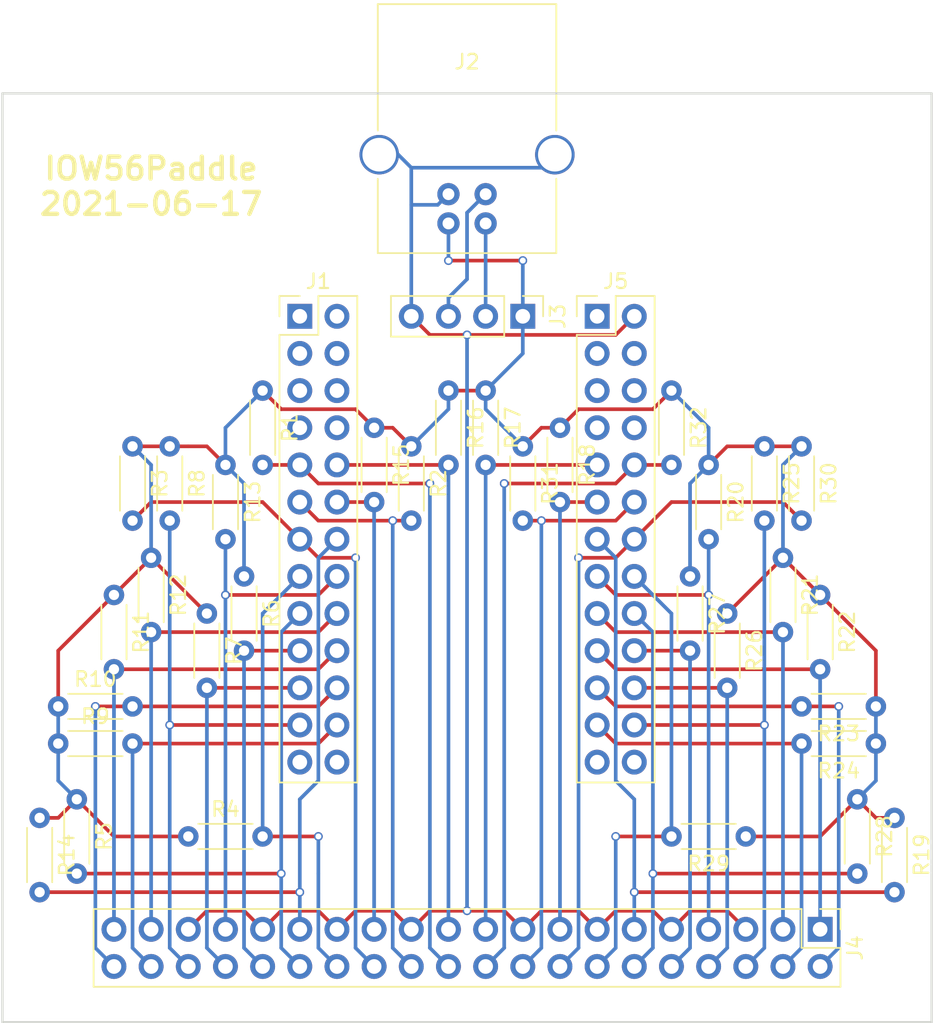
<source format=kicad_pcb>
(kicad_pcb (version 4) (host pcbnew 4.0.6)

  (general
    (links 111)
    (no_connects 0)
    (area -0.075001 -0.075001 63.575001 63.575001)
    (thickness 1.6)
    (drawings 5)
    (tracks 284)
    (zones 0)
    (modules 37)
    (nets 56)
  )

  (page User 101.6 101.6)
  (layers
    (0 F.Cu signal)
    (31 B.Cu signal)
    (32 B.Adhes user)
    (33 F.Adhes user)
    (34 B.Paste user)
    (35 F.Paste user)
    (36 B.SilkS user)
    (37 F.SilkS user)
    (38 B.Mask user)
    (39 F.Mask user)
    (40 Dwgs.User user)
    (41 Cmts.User user)
    (42 Eco1.User user)
    (43 Eco2.User user)
    (44 Edge.Cuts user)
    (45 Margin user)
    (46 B.CrtYd user)
    (47 F.CrtYd user)
    (48 B.Fab user)
    (49 F.Fab user)
  )

  (setup
    (last_trace_width 0.25)
    (trace_clearance 0.2)
    (zone_clearance 0.508)
    (zone_45_only no)
    (trace_min 0.2)
    (segment_width 0.2)
    (edge_width 0.15)
    (via_size 0.6)
    (via_drill 0.4)
    (via_min_size 0.4)
    (via_min_drill 0.3)
    (uvia_size 0.3)
    (uvia_drill 0.1)
    (uvias_allowed no)
    (uvia_min_size 0.2)
    (uvia_min_drill 0.1)
    (pcb_text_width 0.3)
    (pcb_text_size 1.5 1.5)
    (mod_edge_width 0.15)
    (mod_text_size 1 1)
    (mod_text_width 0.15)
    (pad_size 1.524 1.524)
    (pad_drill 0.762)
    (pad_to_mask_clearance 0.2)
    (aux_axis_origin 0 0)
    (visible_elements FFFFFF7F)
    (pcbplotparams
      (layerselection 0x310f0_80000001)
      (usegerberextensions false)
      (excludeedgelayer true)
      (linewidth 0.100000)
      (plotframeref false)
      (viasonmask false)
      (mode 1)
      (useauxorigin false)
      (hpglpennumber 1)
      (hpglpenspeed 20)
      (hpglpendiameter 15)
      (hpglpenoverlay 2)
      (psnegative false)
      (psa4output false)
      (plotreference true)
      (plotvalue true)
      (plotinvisibletext false)
      (padsonsilk false)
      (subtractmaskfromsilk false)
      (outputformat 1)
      (mirror false)
      (drillshape 0)
      (scaleselection 1)
      (outputdirectory gerber))
  )

  (net 0 "")
  (net 1 "Net-(J1-Pad1)")
  (net 2 "Net-(J1-Pad2)")
  (net 3 "Net-(J1-Pad3)")
  (net 4 "Net-(J1-Pad4)")
  (net 5 "Net-(J1-Pad5)")
  (net 6 "Net-(J1-Pad6)")
  (net 7 "Net-(J1-Pad7)")
  (net 8 "Net-(J1-Pad8)")
  (net 9 "Net-(J1-Pad9)")
  (net 10 "Net-(J1-Pad10)")
  (net 11 "Net-(J1-Pad11)")
  (net 12 "Net-(J1-Pad12)")
  (net 13 "Net-(J1-Pad13)")
  (net 14 "Net-(J1-Pad14)")
  (net 15 "Net-(J1-Pad15)")
  (net 16 "Net-(J1-Pad16)")
  (net 17 "Net-(J1-Pad17)")
  (net 18 "Net-(J1-Pad18)")
  (net 19 "Net-(J1-Pad19)")
  (net 20 "Net-(J1-Pad20)")
  (net 21 "Net-(J1-Pad21)")
  (net 22 "Net-(J1-Pad22)")
  (net 23 "Net-(J1-Pad23)")
  (net 24 "Net-(J1-Pad24)")
  (net 25 "Net-(J1-Pad25)")
  (net 26 "Net-(J1-Pad26)")
  (net 27 "Net-(J2-Pad1)")
  (net 28 "Net-(J2-Pad2)")
  (net 29 "Net-(J2-Pad3)")
  (net 30 GND)
  (net 31 "Net-(J5-Pad1)")
  (net 32 "Net-(J5-Pad3)")
  (net 33 "Net-(J5-Pad4)")
  (net 34 "Net-(J5-Pad5)")
  (net 35 "Net-(J5-Pad6)")
  (net 36 "Net-(J5-Pad7)")
  (net 37 "Net-(J5-Pad8)")
  (net 38 "Net-(J4-Pad1)")
  (net 39 "Net-(J4-Pad2)")
  (net 40 "Net-(J4-Pad3)")
  (net 41 "Net-(J4-Pad4)")
  (net 42 "Net-(J4-Pad6)")
  (net 43 "Net-(J4-Pad7)")
  (net 44 "Net-(J4-Pad8)")
  (net 45 "Net-(J4-Pad10)")
  (net 46 "Net-(J4-Pad11)")
  (net 47 "Net-(J4-Pad12)")
  (net 48 "Net-(J4-Pad14)")
  (net 49 "Net-(J4-Pad15)")
  (net 50 "Net-(J4-Pad16)")
  (net 51 "Net-(J4-Pad18)")
  (net 52 "Net-(J4-Pad19)")
  (net 53 "Net-(J4-Pad20)")
  (net 54 "Net-(J5-Pad25)")
  (net 55 "Net-(J5-Pad26)")

  (net_class Default "This is the default net class."
    (clearance 0.2)
    (trace_width 0.25)
    (via_dia 0.6)
    (via_drill 0.4)
    (uvia_dia 0.3)
    (uvia_drill 0.1)
    (add_net GND)
    (add_net "Net-(J1-Pad1)")
    (add_net "Net-(J1-Pad10)")
    (add_net "Net-(J1-Pad11)")
    (add_net "Net-(J1-Pad12)")
    (add_net "Net-(J1-Pad13)")
    (add_net "Net-(J1-Pad14)")
    (add_net "Net-(J1-Pad15)")
    (add_net "Net-(J1-Pad16)")
    (add_net "Net-(J1-Pad17)")
    (add_net "Net-(J1-Pad18)")
    (add_net "Net-(J1-Pad19)")
    (add_net "Net-(J1-Pad2)")
    (add_net "Net-(J1-Pad20)")
    (add_net "Net-(J1-Pad21)")
    (add_net "Net-(J1-Pad22)")
    (add_net "Net-(J1-Pad23)")
    (add_net "Net-(J1-Pad24)")
    (add_net "Net-(J1-Pad25)")
    (add_net "Net-(J1-Pad26)")
    (add_net "Net-(J1-Pad3)")
    (add_net "Net-(J1-Pad4)")
    (add_net "Net-(J1-Pad5)")
    (add_net "Net-(J1-Pad6)")
    (add_net "Net-(J1-Pad7)")
    (add_net "Net-(J1-Pad8)")
    (add_net "Net-(J1-Pad9)")
    (add_net "Net-(J2-Pad1)")
    (add_net "Net-(J2-Pad2)")
    (add_net "Net-(J2-Pad3)")
    (add_net "Net-(J4-Pad1)")
    (add_net "Net-(J4-Pad10)")
    (add_net "Net-(J4-Pad11)")
    (add_net "Net-(J4-Pad12)")
    (add_net "Net-(J4-Pad14)")
    (add_net "Net-(J4-Pad15)")
    (add_net "Net-(J4-Pad16)")
    (add_net "Net-(J4-Pad18)")
    (add_net "Net-(J4-Pad19)")
    (add_net "Net-(J4-Pad2)")
    (add_net "Net-(J4-Pad20)")
    (add_net "Net-(J4-Pad3)")
    (add_net "Net-(J4-Pad4)")
    (add_net "Net-(J4-Pad6)")
    (add_net "Net-(J4-Pad7)")
    (add_net "Net-(J4-Pad8)")
    (add_net "Net-(J5-Pad1)")
    (add_net "Net-(J5-Pad25)")
    (add_net "Net-(J5-Pad26)")
    (add_net "Net-(J5-Pad3)")
    (add_net "Net-(J5-Pad4)")
    (add_net "Net-(J5-Pad5)")
    (add_net "Net-(J5-Pad6)")
    (add_net "Net-(J5-Pad7)")
    (add_net "Net-(J5-Pad8)")
  )

  (module Pin_Headers:Pin_Header_Straight_2x13_Pitch2.54mm (layer F.Cu) (tedit 5862ED54) (tstamp 60C5671A)
    (at 20.32 15.24)
    (descr "Through hole straight pin header, 2x13, 2.54mm pitch, double rows")
    (tags "Through hole pin header THT 2x13 2.54mm double row")
    (path /60BA3996)
    (fp_text reference J1 (at 1.27 -2.39) (layer F.SilkS)
      (effects (font (size 1 1) (thickness 0.15)))
    )
    (fp_text value CONN_02X13 (at 1.27 32.87) (layer F.Fab)
      (effects (font (size 1 1) (thickness 0.15)))
    )
    (fp_line (start -1.27 -1.27) (end -1.27 31.75) (layer F.Fab) (width 0.1))
    (fp_line (start -1.27 31.75) (end 3.81 31.75) (layer F.Fab) (width 0.1))
    (fp_line (start 3.81 31.75) (end 3.81 -1.27) (layer F.Fab) (width 0.1))
    (fp_line (start 3.81 -1.27) (end -1.27 -1.27) (layer F.Fab) (width 0.1))
    (fp_line (start -1.39 1.27) (end -1.39 31.87) (layer F.SilkS) (width 0.12))
    (fp_line (start -1.39 31.87) (end 3.93 31.87) (layer F.SilkS) (width 0.12))
    (fp_line (start 3.93 31.87) (end 3.93 -1.39) (layer F.SilkS) (width 0.12))
    (fp_line (start 3.93 -1.39) (end 1.27 -1.39) (layer F.SilkS) (width 0.12))
    (fp_line (start 1.27 -1.39) (end 1.27 1.27) (layer F.SilkS) (width 0.12))
    (fp_line (start 1.27 1.27) (end -1.39 1.27) (layer F.SilkS) (width 0.12))
    (fp_line (start -1.39 0) (end -1.39 -1.39) (layer F.SilkS) (width 0.12))
    (fp_line (start -1.39 -1.39) (end 0 -1.39) (layer F.SilkS) (width 0.12))
    (fp_line (start -1.6 -1.6) (end -1.6 32) (layer F.CrtYd) (width 0.05))
    (fp_line (start -1.6 32) (end 4.1 32) (layer F.CrtYd) (width 0.05))
    (fp_line (start 4.1 32) (end 4.1 -1.6) (layer F.CrtYd) (width 0.05))
    (fp_line (start 4.1 -1.6) (end -1.6 -1.6) (layer F.CrtYd) (width 0.05))
    (pad 1 thru_hole rect (at 0 0) (size 1.7 1.7) (drill 1) (layers *.Cu *.Mask)
      (net 1 "Net-(J1-Pad1)"))
    (pad 2 thru_hole oval (at 2.54 0) (size 1.7 1.7) (drill 1) (layers *.Cu *.Mask)
      (net 2 "Net-(J1-Pad2)"))
    (pad 3 thru_hole oval (at 0 2.54) (size 1.7 1.7) (drill 1) (layers *.Cu *.Mask)
      (net 3 "Net-(J1-Pad3)"))
    (pad 4 thru_hole oval (at 2.54 2.54) (size 1.7 1.7) (drill 1) (layers *.Cu *.Mask)
      (net 4 "Net-(J1-Pad4)"))
    (pad 5 thru_hole oval (at 0 5.08) (size 1.7 1.7) (drill 1) (layers *.Cu *.Mask)
      (net 5 "Net-(J1-Pad5)"))
    (pad 6 thru_hole oval (at 2.54 5.08) (size 1.7 1.7) (drill 1) (layers *.Cu *.Mask)
      (net 6 "Net-(J1-Pad6)"))
    (pad 7 thru_hole oval (at 0 7.62) (size 1.7 1.7) (drill 1) (layers *.Cu *.Mask)
      (net 7 "Net-(J1-Pad7)"))
    (pad 8 thru_hole oval (at 2.54 7.62) (size 1.7 1.7) (drill 1) (layers *.Cu *.Mask)
      (net 8 "Net-(J1-Pad8)"))
    (pad 9 thru_hole oval (at 0 10.16) (size 1.7 1.7) (drill 1) (layers *.Cu *.Mask)
      (net 9 "Net-(J1-Pad9)"))
    (pad 10 thru_hole oval (at 2.54 10.16) (size 1.7 1.7) (drill 1) (layers *.Cu *.Mask)
      (net 10 "Net-(J1-Pad10)"))
    (pad 11 thru_hole oval (at 0 12.7) (size 1.7 1.7) (drill 1) (layers *.Cu *.Mask)
      (net 11 "Net-(J1-Pad11)"))
    (pad 12 thru_hole oval (at 2.54 12.7) (size 1.7 1.7) (drill 1) (layers *.Cu *.Mask)
      (net 12 "Net-(J1-Pad12)"))
    (pad 13 thru_hole oval (at 0 15.24) (size 1.7 1.7) (drill 1) (layers *.Cu *.Mask)
      (net 13 "Net-(J1-Pad13)"))
    (pad 14 thru_hole oval (at 2.54 15.24) (size 1.7 1.7) (drill 1) (layers *.Cu *.Mask)
      (net 14 "Net-(J1-Pad14)"))
    (pad 15 thru_hole oval (at 0 17.78) (size 1.7 1.7) (drill 1) (layers *.Cu *.Mask)
      (net 15 "Net-(J1-Pad15)"))
    (pad 16 thru_hole oval (at 2.54 17.78) (size 1.7 1.7) (drill 1) (layers *.Cu *.Mask)
      (net 16 "Net-(J1-Pad16)"))
    (pad 17 thru_hole oval (at 0 20.32) (size 1.7 1.7) (drill 1) (layers *.Cu *.Mask)
      (net 17 "Net-(J1-Pad17)"))
    (pad 18 thru_hole oval (at 2.54 20.32) (size 1.7 1.7) (drill 1) (layers *.Cu *.Mask)
      (net 18 "Net-(J1-Pad18)"))
    (pad 19 thru_hole oval (at 0 22.86) (size 1.7 1.7) (drill 1) (layers *.Cu *.Mask)
      (net 19 "Net-(J1-Pad19)"))
    (pad 20 thru_hole oval (at 2.54 22.86) (size 1.7 1.7) (drill 1) (layers *.Cu *.Mask)
      (net 20 "Net-(J1-Pad20)"))
    (pad 21 thru_hole oval (at 0 25.4) (size 1.7 1.7) (drill 1) (layers *.Cu *.Mask)
      (net 21 "Net-(J1-Pad21)"))
    (pad 22 thru_hole oval (at 2.54 25.4) (size 1.7 1.7) (drill 1) (layers *.Cu *.Mask)
      (net 22 "Net-(J1-Pad22)"))
    (pad 23 thru_hole oval (at 0 27.94) (size 1.7 1.7) (drill 1) (layers *.Cu *.Mask)
      (net 23 "Net-(J1-Pad23)"))
    (pad 24 thru_hole oval (at 2.54 27.94) (size 1.7 1.7) (drill 1) (layers *.Cu *.Mask)
      (net 24 "Net-(J1-Pad24)"))
    (pad 25 thru_hole oval (at 0 30.48) (size 1.7 1.7) (drill 1) (layers *.Cu *.Mask)
      (net 25 "Net-(J1-Pad25)"))
    (pad 26 thru_hole oval (at 2.54 30.48) (size 1.7 1.7) (drill 1) (layers *.Cu *.Mask)
      (net 26 "Net-(J1-Pad26)"))
    (model Pin_Headers.3dshapes/Pin_Header_Straight_2x13_Pitch2.54mm.wrl
      (at (xyz 0.05 -0.6 0))
      (scale (xyz 1 1 1))
      (rotate (xyz 0 0 90))
    )
  )

  (module Pin_Headers:Pin_Header_Straight_1x04_Pitch2.54mm (layer F.Cu) (tedit 5862ED52) (tstamp 60C56746)
    (at 35.56 15.24 270)
    (descr "Through hole straight pin header, 1x04, 2.54mm pitch, single row")
    (tags "Through hole pin header THT 1x04 2.54mm single row")
    (path /60BA38B2)
    (fp_text reference J3 (at 0 -2.39 270) (layer F.SilkS)
      (effects (font (size 1 1) (thickness 0.15)))
    )
    (fp_text value CONN_01X04 (at 0 10.01 270) (layer F.Fab)
      (effects (font (size 1 1) (thickness 0.15)))
    )
    (fp_line (start -1.27 -1.27) (end -1.27 8.89) (layer F.Fab) (width 0.1))
    (fp_line (start -1.27 8.89) (end 1.27 8.89) (layer F.Fab) (width 0.1))
    (fp_line (start 1.27 8.89) (end 1.27 -1.27) (layer F.Fab) (width 0.1))
    (fp_line (start 1.27 -1.27) (end -1.27 -1.27) (layer F.Fab) (width 0.1))
    (fp_line (start -1.39 1.27) (end -1.39 9.01) (layer F.SilkS) (width 0.12))
    (fp_line (start -1.39 9.01) (end 1.39 9.01) (layer F.SilkS) (width 0.12))
    (fp_line (start 1.39 9.01) (end 1.39 1.27) (layer F.SilkS) (width 0.12))
    (fp_line (start 1.39 1.27) (end -1.39 1.27) (layer F.SilkS) (width 0.12))
    (fp_line (start -1.39 0) (end -1.39 -1.39) (layer F.SilkS) (width 0.12))
    (fp_line (start -1.39 -1.39) (end 0 -1.39) (layer F.SilkS) (width 0.12))
    (fp_line (start -1.6 -1.6) (end -1.6 9.2) (layer F.CrtYd) (width 0.05))
    (fp_line (start -1.6 9.2) (end 1.6 9.2) (layer F.CrtYd) (width 0.05))
    (fp_line (start 1.6 9.2) (end 1.6 -1.6) (layer F.CrtYd) (width 0.05))
    (fp_line (start 1.6 -1.6) (end -1.6 -1.6) (layer F.CrtYd) (width 0.05))
    (pad 1 thru_hole rect (at 0 0 270) (size 1.7 1.7) (drill 1) (layers *.Cu *.Mask)
      (net 27 "Net-(J2-Pad1)"))
    (pad 2 thru_hole oval (at 0 2.54 270) (size 1.7 1.7) (drill 1) (layers *.Cu *.Mask)
      (net 28 "Net-(J2-Pad2)"))
    (pad 3 thru_hole oval (at 0 5.08 270) (size 1.7 1.7) (drill 1) (layers *.Cu *.Mask)
      (net 29 "Net-(J2-Pad3)"))
    (pad 4 thru_hole oval (at 0 7.62 270) (size 1.7 1.7) (drill 1) (layers *.Cu *.Mask)
      (net 30 GND))
    (model Pin_Headers.3dshapes/Pin_Header_Straight_1x04_Pitch2.54mm.wrl
      (at (xyz 0 -0.15 0))
      (scale (xyz 1 1 1))
      (rotate (xyz 0 0 90))
    )
  )

  (module Pin_Headers:Pin_Header_Straight_2x20_Pitch2.54mm (layer F.Cu) (tedit 5862ED54) (tstamp 60C56782)
    (at 55.88 57.15 270)
    (descr "Through hole straight pin header, 2x20, 2.54mm pitch, double rows")
    (tags "Through hole pin header THT 2x20 2.54mm double row")
    (path /60BA39B7)
    (fp_text reference J4 (at 1.27 -2.39 270) (layer F.SilkS)
      (effects (font (size 1 1) (thickness 0.15)))
    )
    (fp_text value CONN_02X20 (at 1.27 50.65 270) (layer F.Fab)
      (effects (font (size 1 1) (thickness 0.15)))
    )
    (fp_line (start -1.27 -1.27) (end -1.27 49.53) (layer F.Fab) (width 0.1))
    (fp_line (start -1.27 49.53) (end 3.81 49.53) (layer F.Fab) (width 0.1))
    (fp_line (start 3.81 49.53) (end 3.81 -1.27) (layer F.Fab) (width 0.1))
    (fp_line (start 3.81 -1.27) (end -1.27 -1.27) (layer F.Fab) (width 0.1))
    (fp_line (start -1.39 1.27) (end -1.39 49.65) (layer F.SilkS) (width 0.12))
    (fp_line (start -1.39 49.65) (end 3.93 49.65) (layer F.SilkS) (width 0.12))
    (fp_line (start 3.93 49.65) (end 3.93 -1.39) (layer F.SilkS) (width 0.12))
    (fp_line (start 3.93 -1.39) (end 1.27 -1.39) (layer F.SilkS) (width 0.12))
    (fp_line (start 1.27 -1.39) (end 1.27 1.27) (layer F.SilkS) (width 0.12))
    (fp_line (start 1.27 1.27) (end -1.39 1.27) (layer F.SilkS) (width 0.12))
    (fp_line (start -1.39 0) (end -1.39 -1.39) (layer F.SilkS) (width 0.12))
    (fp_line (start -1.39 -1.39) (end 0 -1.39) (layer F.SilkS) (width 0.12))
    (fp_line (start -1.6 -1.6) (end -1.6 49.8) (layer F.CrtYd) (width 0.05))
    (fp_line (start -1.6 49.8) (end 4.1 49.8) (layer F.CrtYd) (width 0.05))
    (fp_line (start 4.1 49.8) (end 4.1 -1.6) (layer F.CrtYd) (width 0.05))
    (fp_line (start 4.1 -1.6) (end -1.6 -1.6) (layer F.CrtYd) (width 0.05))
    (pad 1 thru_hole rect (at 0 0 270) (size 1.7 1.7) (drill 1) (layers *.Cu *.Mask)
      (net 38 "Net-(J4-Pad1)"))
    (pad 2 thru_hole oval (at 2.54 0 270) (size 1.7 1.7) (drill 1) (layers *.Cu *.Mask)
      (net 39 "Net-(J4-Pad2)"))
    (pad 3 thru_hole oval (at 0 2.54 270) (size 1.7 1.7) (drill 1) (layers *.Cu *.Mask)
      (net 40 "Net-(J4-Pad3)"))
    (pad 4 thru_hole oval (at 2.54 2.54 270) (size 1.7 1.7) (drill 1) (layers *.Cu *.Mask)
      (net 41 "Net-(J4-Pad4)"))
    (pad 5 thru_hole oval (at 0 5.08 270) (size 1.7 1.7) (drill 1) (layers *.Cu *.Mask)
      (net 30 GND))
    (pad 6 thru_hole oval (at 2.54 5.08 270) (size 1.7 1.7) (drill 1) (layers *.Cu *.Mask)
      (net 42 "Net-(J4-Pad6)"))
    (pad 7 thru_hole oval (at 0 7.62 270) (size 1.7 1.7) (drill 1) (layers *.Cu *.Mask)
      (net 43 "Net-(J4-Pad7)"))
    (pad 8 thru_hole oval (at 2.54 7.62 270) (size 1.7 1.7) (drill 1) (layers *.Cu *.Mask)
      (net 44 "Net-(J4-Pad8)"))
    (pad 9 thru_hole oval (at 0 10.16 270) (size 1.7 1.7) (drill 1) (layers *.Cu *.Mask)
      (net 30 GND))
    (pad 10 thru_hole oval (at 2.54 10.16 270) (size 1.7 1.7) (drill 1) (layers *.Cu *.Mask)
      (net 45 "Net-(J4-Pad10)"))
    (pad 11 thru_hole oval (at 0 12.7 270) (size 1.7 1.7) (drill 1) (layers *.Cu *.Mask)
      (net 46 "Net-(J4-Pad11)"))
    (pad 12 thru_hole oval (at 2.54 12.7 270) (size 1.7 1.7) (drill 1) (layers *.Cu *.Mask)
      (net 47 "Net-(J4-Pad12)"))
    (pad 13 thru_hole oval (at 0 15.24 270) (size 1.7 1.7) (drill 1) (layers *.Cu *.Mask)
      (net 30 GND))
    (pad 14 thru_hole oval (at 2.54 15.24 270) (size 1.7 1.7) (drill 1) (layers *.Cu *.Mask)
      (net 48 "Net-(J4-Pad14)"))
    (pad 15 thru_hole oval (at 0 17.78 270) (size 1.7 1.7) (drill 1) (layers *.Cu *.Mask)
      (net 49 "Net-(J4-Pad15)"))
    (pad 16 thru_hole oval (at 2.54 17.78 270) (size 1.7 1.7) (drill 1) (layers *.Cu *.Mask)
      (net 50 "Net-(J4-Pad16)"))
    (pad 17 thru_hole oval (at 0 20.32 270) (size 1.7 1.7) (drill 1) (layers *.Cu *.Mask)
      (net 30 GND))
    (pad 18 thru_hole oval (at 2.54 20.32 270) (size 1.7 1.7) (drill 1) (layers *.Cu *.Mask)
      (net 51 "Net-(J4-Pad18)"))
    (pad 19 thru_hole oval (at 0 22.86 270) (size 1.7 1.7) (drill 1) (layers *.Cu *.Mask)
      (net 52 "Net-(J4-Pad19)"))
    (pad 20 thru_hole oval (at 2.54 22.86 270) (size 1.7 1.7) (drill 1) (layers *.Cu *.Mask)
      (net 53 "Net-(J4-Pad20)"))
    (pad 21 thru_hole oval (at 0 25.4 270) (size 1.7 1.7) (drill 1) (layers *.Cu *.Mask)
      (net 10 "Net-(J1-Pad10)"))
    (pad 22 thru_hole oval (at 2.54 25.4 270) (size 1.7 1.7) (drill 1) (layers *.Cu *.Mask)
      (net 9 "Net-(J1-Pad9)"))
    (pad 23 thru_hole oval (at 0 27.94 270) (size 1.7 1.7) (drill 1) (layers *.Cu *.Mask)
      (net 30 GND))
    (pad 24 thru_hole oval (at 2.54 27.94 270) (size 1.7 1.7) (drill 1) (layers *.Cu *.Mask)
      (net 11 "Net-(J1-Pad11)"))
    (pad 25 thru_hole oval (at 0 30.48 270) (size 1.7 1.7) (drill 1) (layers *.Cu *.Mask)
      (net 12 "Net-(J1-Pad12)"))
    (pad 26 thru_hole oval (at 2.54 30.48 270) (size 1.7 1.7) (drill 1) (layers *.Cu *.Mask)
      (net 13 "Net-(J1-Pad13)"))
    (pad 27 thru_hole oval (at 0 33.02 270) (size 1.7 1.7) (drill 1) (layers *.Cu *.Mask)
      (net 30 GND))
    (pad 28 thru_hole oval (at 2.54 33.02 270) (size 1.7 1.7) (drill 1) (layers *.Cu *.Mask)
      (net 15 "Net-(J1-Pad15)"))
    (pad 29 thru_hole oval (at 0 35.56 270) (size 1.7 1.7) (drill 1) (layers *.Cu *.Mask)
      (net 14 "Net-(J1-Pad14)"))
    (pad 30 thru_hole oval (at 2.54 35.56 270) (size 1.7 1.7) (drill 1) (layers *.Cu *.Mask)
      (net 17 "Net-(J1-Pad17)"))
    (pad 31 thru_hole oval (at 0 38.1 270) (size 1.7 1.7) (drill 1) (layers *.Cu *.Mask)
      (net 30 GND))
    (pad 32 thru_hole oval (at 2.54 38.1 270) (size 1.7 1.7) (drill 1) (layers *.Cu *.Mask)
      (net 19 "Net-(J1-Pad19)"))
    (pad 33 thru_hole oval (at 0 40.64 270) (size 1.7 1.7) (drill 1) (layers *.Cu *.Mask)
      (net 16 "Net-(J1-Pad16)"))
    (pad 34 thru_hole oval (at 2.54 40.64 270) (size 1.7 1.7) (drill 1) (layers *.Cu *.Mask)
      (net 21 "Net-(J1-Pad21)"))
    (pad 35 thru_hole oval (at 0 43.18 270) (size 1.7 1.7) (drill 1) (layers *.Cu *.Mask)
      (net 30 GND))
    (pad 36 thru_hole oval (at 2.54 43.18 270) (size 1.7 1.7) (drill 1) (layers *.Cu *.Mask)
      (net 23 "Net-(J1-Pad23)"))
    (pad 37 thru_hole oval (at 0 45.72 270) (size 1.7 1.7) (drill 1) (layers *.Cu *.Mask)
      (net 18 "Net-(J1-Pad18)"))
    (pad 38 thru_hole oval (at 2.54 45.72 270) (size 1.7 1.7) (drill 1) (layers *.Cu *.Mask)
      (net 24 "Net-(J1-Pad24)"))
    (pad 39 thru_hole oval (at 0 48.26 270) (size 1.7 1.7) (drill 1) (layers *.Cu *.Mask)
      (net 20 "Net-(J1-Pad20)"))
    (pad 40 thru_hole oval (at 2.54 48.26 270) (size 1.7 1.7) (drill 1) (layers *.Cu *.Mask)
      (net 22 "Net-(J1-Pad22)"))
    (model Pin_Headers.3dshapes/Pin_Header_Straight_2x20_Pitch2.54mm.wrl
      (at (xyz 0.05 -0.95 0))
      (scale (xyz 1 1 1))
      (rotate (xyz 0 0 90))
    )
  )

  (module Pin_Headers:Pin_Header_Straight_2x13_Pitch2.54mm (layer F.Cu) (tedit 5862ED54) (tstamp 60C567B0)
    (at 40.64 15.24)
    (descr "Through hole straight pin header, 2x13, 2.54mm pitch, double rows")
    (tags "Through hole pin header THT 2x13 2.54mm double row")
    (path /60BA3933)
    (fp_text reference J5 (at 1.27 -2.39) (layer F.SilkS)
      (effects (font (size 1 1) (thickness 0.15)))
    )
    (fp_text value CONN_02X13 (at 1.27 32.87) (layer F.Fab)
      (effects (font (size 1 1) (thickness 0.15)))
    )
    (fp_line (start -1.27 -1.27) (end -1.27 31.75) (layer F.Fab) (width 0.1))
    (fp_line (start -1.27 31.75) (end 3.81 31.75) (layer F.Fab) (width 0.1))
    (fp_line (start 3.81 31.75) (end 3.81 -1.27) (layer F.Fab) (width 0.1))
    (fp_line (start 3.81 -1.27) (end -1.27 -1.27) (layer F.Fab) (width 0.1))
    (fp_line (start -1.39 1.27) (end -1.39 31.87) (layer F.SilkS) (width 0.12))
    (fp_line (start -1.39 31.87) (end 3.93 31.87) (layer F.SilkS) (width 0.12))
    (fp_line (start 3.93 31.87) (end 3.93 -1.39) (layer F.SilkS) (width 0.12))
    (fp_line (start 3.93 -1.39) (end 1.27 -1.39) (layer F.SilkS) (width 0.12))
    (fp_line (start 1.27 -1.39) (end 1.27 1.27) (layer F.SilkS) (width 0.12))
    (fp_line (start 1.27 1.27) (end -1.39 1.27) (layer F.SilkS) (width 0.12))
    (fp_line (start -1.39 0) (end -1.39 -1.39) (layer F.SilkS) (width 0.12))
    (fp_line (start -1.39 -1.39) (end 0 -1.39) (layer F.SilkS) (width 0.12))
    (fp_line (start -1.6 -1.6) (end -1.6 32) (layer F.CrtYd) (width 0.05))
    (fp_line (start -1.6 32) (end 4.1 32) (layer F.CrtYd) (width 0.05))
    (fp_line (start 4.1 32) (end 4.1 -1.6) (layer F.CrtYd) (width 0.05))
    (fp_line (start 4.1 -1.6) (end -1.6 -1.6) (layer F.CrtYd) (width 0.05))
    (pad 1 thru_hole rect (at 0 0) (size 1.7 1.7) (drill 1) (layers *.Cu *.Mask)
      (net 31 "Net-(J5-Pad1)"))
    (pad 2 thru_hole oval (at 2.54 0) (size 1.7 1.7) (drill 1) (layers *.Cu *.Mask)
      (net 30 GND))
    (pad 3 thru_hole oval (at 0 2.54) (size 1.7 1.7) (drill 1) (layers *.Cu *.Mask)
      (net 32 "Net-(J5-Pad3)"))
    (pad 4 thru_hole oval (at 2.54 2.54) (size 1.7 1.7) (drill 1) (layers *.Cu *.Mask)
      (net 33 "Net-(J5-Pad4)"))
    (pad 5 thru_hole oval (at 0 5.08) (size 1.7 1.7) (drill 1) (layers *.Cu *.Mask)
      (net 34 "Net-(J5-Pad5)"))
    (pad 6 thru_hole oval (at 2.54 5.08) (size 1.7 1.7) (drill 1) (layers *.Cu *.Mask)
      (net 35 "Net-(J5-Pad6)"))
    (pad 7 thru_hole oval (at 0 7.62) (size 1.7 1.7) (drill 1) (layers *.Cu *.Mask)
      (net 36 "Net-(J5-Pad7)"))
    (pad 8 thru_hole oval (at 2.54 7.62) (size 1.7 1.7) (drill 1) (layers *.Cu *.Mask)
      (net 37 "Net-(J5-Pad8)"))
    (pad 9 thru_hole oval (at 0 10.16) (size 1.7 1.7) (drill 1) (layers *.Cu *.Mask)
      (net 52 "Net-(J4-Pad19)"))
    (pad 10 thru_hole oval (at 2.54 10.16) (size 1.7 1.7) (drill 1) (layers *.Cu *.Mask)
      (net 53 "Net-(J4-Pad20)"))
    (pad 11 thru_hole oval (at 0 12.7) (size 1.7 1.7) (drill 1) (layers *.Cu *.Mask)
      (net 49 "Net-(J4-Pad15)"))
    (pad 12 thru_hole oval (at 2.54 12.7) (size 1.7 1.7) (drill 1) (layers *.Cu *.Mask)
      (net 51 "Net-(J4-Pad18)"))
    (pad 13 thru_hole oval (at 0 15.24) (size 1.7 1.7) (drill 1) (layers *.Cu *.Mask)
      (net 46 "Net-(J4-Pad11)"))
    (pad 14 thru_hole oval (at 2.54 15.24) (size 1.7 1.7) (drill 1) (layers *.Cu *.Mask)
      (net 50 "Net-(J4-Pad16)"))
    (pad 15 thru_hole oval (at 0 17.78) (size 1.7 1.7) (drill 1) (layers *.Cu *.Mask)
      (net 43 "Net-(J4-Pad7)"))
    (pad 16 thru_hole oval (at 2.54 17.78) (size 1.7 1.7) (drill 1) (layers *.Cu *.Mask)
      (net 48 "Net-(J4-Pad14)"))
    (pad 17 thru_hole oval (at 0 20.32) (size 1.7 1.7) (drill 1) (layers *.Cu *.Mask)
      (net 40 "Net-(J4-Pad3)"))
    (pad 18 thru_hole oval (at 2.54 20.32) (size 1.7 1.7) (drill 1) (layers *.Cu *.Mask)
      (net 47 "Net-(J4-Pad12)"))
    (pad 19 thru_hole oval (at 0 22.86) (size 1.7 1.7) (drill 1) (layers *.Cu *.Mask)
      (net 38 "Net-(J4-Pad1)"))
    (pad 20 thru_hole oval (at 2.54 22.86) (size 1.7 1.7) (drill 1) (layers *.Cu *.Mask)
      (net 45 "Net-(J4-Pad10)"))
    (pad 21 thru_hole oval (at 0 25.4) (size 1.7 1.7) (drill 1) (layers *.Cu *.Mask)
      (net 39 "Net-(J4-Pad2)"))
    (pad 22 thru_hole oval (at 2.54 25.4) (size 1.7 1.7) (drill 1) (layers *.Cu *.Mask)
      (net 44 "Net-(J4-Pad8)"))
    (pad 23 thru_hole oval (at 0 27.94) (size 1.7 1.7) (drill 1) (layers *.Cu *.Mask)
      (net 41 "Net-(J4-Pad4)"))
    (pad 24 thru_hole oval (at 2.54 27.94) (size 1.7 1.7) (drill 1) (layers *.Cu *.Mask)
      (net 42 "Net-(J4-Pad6)"))
    (pad 25 thru_hole oval (at 0 30.48) (size 1.7 1.7) (drill 1) (layers *.Cu *.Mask)
      (net 54 "Net-(J5-Pad25)"))
    (pad 26 thru_hole oval (at 2.54 30.48) (size 1.7 1.7) (drill 1) (layers *.Cu *.Mask)
      (net 55 "Net-(J5-Pad26)"))
    (model Pin_Headers.3dshapes/Pin_Header_Straight_2x13_Pitch2.54mm.wrl
      (at (xyz 0.05 -0.6 0))
      (scale (xyz 1 1 1))
      (rotate (xyz 0 0 90))
    )
  )

  (module Resistors_THT:R_Axial_DIN0204_L3.6mm_D1.6mm_P5.08mm_Horizontal (layer F.Cu) (tedit 5874F706) (tstamp 60BD1CA2)
    (at 17.78 20.32 270)
    (descr "Resistor, Axial_DIN0204 series, Axial, Horizontal, pin pitch=5.08mm, 0.16666666666666666W = 1/6W, length*diameter=3.6*1.6mm^2, http://cdn-reichelt.de/documents/datenblatt/B400/1_4W%23YAG.pdf")
    (tags "Resistor Axial_DIN0204 series Axial Horizontal pin pitch 5.08mm 0.16666666666666666W = 1/6W length 3.6mm diameter 1.6mm")
    (path /60BD1707)
    (fp_text reference R1 (at 2.54 -1.86 270) (layer F.SilkS)
      (effects (font (size 1 1) (thickness 0.15)))
    )
    (fp_text value R (at 2.54 1.86 270) (layer F.Fab)
      (effects (font (size 1 1) (thickness 0.15)))
    )
    (fp_line (start 0.74 -0.8) (end 0.74 0.8) (layer F.Fab) (width 0.1))
    (fp_line (start 0.74 0.8) (end 4.34 0.8) (layer F.Fab) (width 0.1))
    (fp_line (start 4.34 0.8) (end 4.34 -0.8) (layer F.Fab) (width 0.1))
    (fp_line (start 4.34 -0.8) (end 0.74 -0.8) (layer F.Fab) (width 0.1))
    (fp_line (start 0 0) (end 0.74 0) (layer F.Fab) (width 0.1))
    (fp_line (start 5.08 0) (end 4.34 0) (layer F.Fab) (width 0.1))
    (fp_line (start 0.68 -0.86) (end 4.4 -0.86) (layer F.SilkS) (width 0.12))
    (fp_line (start 0.68 0.86) (end 4.4 0.86) (layer F.SilkS) (width 0.12))
    (fp_line (start -0.95 -1.15) (end -0.95 1.15) (layer F.CrtYd) (width 0.05))
    (fp_line (start -0.95 1.15) (end 6.05 1.15) (layer F.CrtYd) (width 0.05))
    (fp_line (start 6.05 1.15) (end 6.05 -1.15) (layer F.CrtYd) (width 0.05))
    (fp_line (start 6.05 -1.15) (end -0.95 -1.15) (layer F.CrtYd) (width 0.05))
    (pad 1 thru_hole circle (at 0 0 270) (size 1.4 1.4) (drill 0.7) (layers *.Cu *.Mask)
      (net 27 "Net-(J2-Pad1)"))
    (pad 2 thru_hole oval (at 5.08 0 270) (size 1.4 1.4) (drill 0.7) (layers *.Cu *.Mask)
      (net 9 "Net-(J1-Pad9)"))
    (model Resistors_THT.3dshapes/R_Axial_DIN0204_L3.6mm_D1.6mm_P5.08mm_Horizontal.wrl
      (at (xyz 0 0 0))
      (scale (xyz 0.393701 0.393701 0.393701))
      (rotate (xyz 0 0 0))
    )
  )

  (module Resistors_THT:R_Axial_DIN0204_L3.6mm_D1.6mm_P5.08mm_Horizontal (layer F.Cu) (tedit 5874F706) (tstamp 60BD1CB4)
    (at 27.94 24.13 270)
    (descr "Resistor, Axial_DIN0204 series, Axial, Horizontal, pin pitch=5.08mm, 0.16666666666666666W = 1/6W, length*diameter=3.6*1.6mm^2, http://cdn-reichelt.de/documents/datenblatt/B400/1_4W%23YAG.pdf")
    (tags "Resistor Axial_DIN0204 series Axial Horizontal pin pitch 5.08mm 0.16666666666666666W = 1/6W length 3.6mm diameter 1.6mm")
    (path /60BD170D)
    (fp_text reference R2 (at 2.54 -1.86 270) (layer F.SilkS)
      (effects (font (size 1 1) (thickness 0.15)))
    )
    (fp_text value R (at 2.54 1.86 270) (layer F.Fab)
      (effects (font (size 1 1) (thickness 0.15)))
    )
    (fp_line (start 0.74 -0.8) (end 0.74 0.8) (layer F.Fab) (width 0.1))
    (fp_line (start 0.74 0.8) (end 4.34 0.8) (layer F.Fab) (width 0.1))
    (fp_line (start 4.34 0.8) (end 4.34 -0.8) (layer F.Fab) (width 0.1))
    (fp_line (start 4.34 -0.8) (end 0.74 -0.8) (layer F.Fab) (width 0.1))
    (fp_line (start 0 0) (end 0.74 0) (layer F.Fab) (width 0.1))
    (fp_line (start 5.08 0) (end 4.34 0) (layer F.Fab) (width 0.1))
    (fp_line (start 0.68 -0.86) (end 4.4 -0.86) (layer F.SilkS) (width 0.12))
    (fp_line (start 0.68 0.86) (end 4.4 0.86) (layer F.SilkS) (width 0.12))
    (fp_line (start -0.95 -1.15) (end -0.95 1.15) (layer F.CrtYd) (width 0.05))
    (fp_line (start -0.95 1.15) (end 6.05 1.15) (layer F.CrtYd) (width 0.05))
    (fp_line (start 6.05 1.15) (end 6.05 -1.15) (layer F.CrtYd) (width 0.05))
    (fp_line (start 6.05 -1.15) (end -0.95 -1.15) (layer F.CrtYd) (width 0.05))
    (pad 1 thru_hole circle (at 0 0 270) (size 1.4 1.4) (drill 0.7) (layers *.Cu *.Mask)
      (net 27 "Net-(J2-Pad1)"))
    (pad 2 thru_hole oval (at 5.08 0 270) (size 1.4 1.4) (drill 0.7) (layers *.Cu *.Mask)
      (net 11 "Net-(J1-Pad11)"))
    (model Resistors_THT.3dshapes/R_Axial_DIN0204_L3.6mm_D1.6mm_P5.08mm_Horizontal.wrl
      (at (xyz 0 0 0))
      (scale (xyz 0.393701 0.393701 0.393701))
      (rotate (xyz 0 0 0))
    )
  )

  (module Resistors_THT:R_Axial_DIN0204_L3.6mm_D1.6mm_P5.08mm_Horizontal (layer F.Cu) (tedit 5874F706) (tstamp 60BD1CC6)
    (at 8.89 24.13 270)
    (descr "Resistor, Axial_DIN0204 series, Axial, Horizontal, pin pitch=5.08mm, 0.16666666666666666W = 1/6W, length*diameter=3.6*1.6mm^2, http://cdn-reichelt.de/documents/datenblatt/B400/1_4W%23YAG.pdf")
    (tags "Resistor Axial_DIN0204 series Axial Horizontal pin pitch 5.08mm 0.16666666666666666W = 1/6W length 3.6mm diameter 1.6mm")
    (path /60BD1713)
    (fp_text reference R3 (at 2.54 -1.86 270) (layer F.SilkS)
      (effects (font (size 1 1) (thickness 0.15)))
    )
    (fp_text value R (at 2.54 1.86 270) (layer F.Fab)
      (effects (font (size 1 1) (thickness 0.15)))
    )
    (fp_line (start 0.74 -0.8) (end 0.74 0.8) (layer F.Fab) (width 0.1))
    (fp_line (start 0.74 0.8) (end 4.34 0.8) (layer F.Fab) (width 0.1))
    (fp_line (start 4.34 0.8) (end 4.34 -0.8) (layer F.Fab) (width 0.1))
    (fp_line (start 4.34 -0.8) (end 0.74 -0.8) (layer F.Fab) (width 0.1))
    (fp_line (start 0 0) (end 0.74 0) (layer F.Fab) (width 0.1))
    (fp_line (start 5.08 0) (end 4.34 0) (layer F.Fab) (width 0.1))
    (fp_line (start 0.68 -0.86) (end 4.4 -0.86) (layer F.SilkS) (width 0.12))
    (fp_line (start 0.68 0.86) (end 4.4 0.86) (layer F.SilkS) (width 0.12))
    (fp_line (start -0.95 -1.15) (end -0.95 1.15) (layer F.CrtYd) (width 0.05))
    (fp_line (start -0.95 1.15) (end 6.05 1.15) (layer F.CrtYd) (width 0.05))
    (fp_line (start 6.05 1.15) (end 6.05 -1.15) (layer F.CrtYd) (width 0.05))
    (fp_line (start 6.05 -1.15) (end -0.95 -1.15) (layer F.CrtYd) (width 0.05))
    (pad 1 thru_hole circle (at 0 0 270) (size 1.4 1.4) (drill 0.7) (layers *.Cu *.Mask)
      (net 27 "Net-(J2-Pad1)"))
    (pad 2 thru_hole oval (at 5.08 0 270) (size 1.4 1.4) (drill 0.7) (layers *.Cu *.Mask)
      (net 13 "Net-(J1-Pad13)"))
    (model Resistors_THT.3dshapes/R_Axial_DIN0204_L3.6mm_D1.6mm_P5.08mm_Horizontal.wrl
      (at (xyz 0 0 0))
      (scale (xyz 0.393701 0.393701 0.393701))
      (rotate (xyz 0 0 0))
    )
  )

  (module Resistors_THT:R_Axial_DIN0204_L3.6mm_D1.6mm_P5.08mm_Horizontal (layer F.Cu) (tedit 5874F706) (tstamp 60BD1CD8)
    (at 12.7 50.8)
    (descr "Resistor, Axial_DIN0204 series, Axial, Horizontal, pin pitch=5.08mm, 0.16666666666666666W = 1/6W, length*diameter=3.6*1.6mm^2, http://cdn-reichelt.de/documents/datenblatt/B400/1_4W%23YAG.pdf")
    (tags "Resistor Axial_DIN0204 series Axial Horizontal pin pitch 5.08mm 0.16666666666666666W = 1/6W length 3.6mm diameter 1.6mm")
    (path /60BD1719)
    (fp_text reference R4 (at 2.54 -1.86) (layer F.SilkS)
      (effects (font (size 1 1) (thickness 0.15)))
    )
    (fp_text value R (at 2.54 1.86) (layer F.Fab)
      (effects (font (size 1 1) (thickness 0.15)))
    )
    (fp_line (start 0.74 -0.8) (end 0.74 0.8) (layer F.Fab) (width 0.1))
    (fp_line (start 0.74 0.8) (end 4.34 0.8) (layer F.Fab) (width 0.1))
    (fp_line (start 4.34 0.8) (end 4.34 -0.8) (layer F.Fab) (width 0.1))
    (fp_line (start 4.34 -0.8) (end 0.74 -0.8) (layer F.Fab) (width 0.1))
    (fp_line (start 0 0) (end 0.74 0) (layer F.Fab) (width 0.1))
    (fp_line (start 5.08 0) (end 4.34 0) (layer F.Fab) (width 0.1))
    (fp_line (start 0.68 -0.86) (end 4.4 -0.86) (layer F.SilkS) (width 0.12))
    (fp_line (start 0.68 0.86) (end 4.4 0.86) (layer F.SilkS) (width 0.12))
    (fp_line (start -0.95 -1.15) (end -0.95 1.15) (layer F.CrtYd) (width 0.05))
    (fp_line (start -0.95 1.15) (end 6.05 1.15) (layer F.CrtYd) (width 0.05))
    (fp_line (start 6.05 1.15) (end 6.05 -1.15) (layer F.CrtYd) (width 0.05))
    (fp_line (start 6.05 -1.15) (end -0.95 -1.15) (layer F.CrtYd) (width 0.05))
    (pad 1 thru_hole circle (at 0 0) (size 1.4 1.4) (drill 0.7) (layers *.Cu *.Mask)
      (net 27 "Net-(J2-Pad1)"))
    (pad 2 thru_hole oval (at 5.08 0) (size 1.4 1.4) (drill 0.7) (layers *.Cu *.Mask)
      (net 15 "Net-(J1-Pad15)"))
    (model Resistors_THT.3dshapes/R_Axial_DIN0204_L3.6mm_D1.6mm_P5.08mm_Horizontal.wrl
      (at (xyz 0 0 0))
      (scale (xyz 0.393701 0.393701 0.393701))
      (rotate (xyz 0 0 0))
    )
  )

  (module Resistors_THT:R_Axial_DIN0204_L3.6mm_D1.6mm_P5.08mm_Horizontal (layer F.Cu) (tedit 5874F706) (tstamp 60BD1CEA)
    (at 5.08 48.26 270)
    (descr "Resistor, Axial_DIN0204 series, Axial, Horizontal, pin pitch=5.08mm, 0.16666666666666666W = 1/6W, length*diameter=3.6*1.6mm^2, http://cdn-reichelt.de/documents/datenblatt/B400/1_4W%23YAG.pdf")
    (tags "Resistor Axial_DIN0204 series Axial Horizontal pin pitch 5.08mm 0.16666666666666666W = 1/6W length 3.6mm diameter 1.6mm")
    (path /60BD171F)
    (fp_text reference R5 (at 2.54 -1.86 270) (layer F.SilkS)
      (effects (font (size 1 1) (thickness 0.15)))
    )
    (fp_text value R (at 2.54 1.86 270) (layer F.Fab)
      (effects (font (size 1 1) (thickness 0.15)))
    )
    (fp_line (start 0.74 -0.8) (end 0.74 0.8) (layer F.Fab) (width 0.1))
    (fp_line (start 0.74 0.8) (end 4.34 0.8) (layer F.Fab) (width 0.1))
    (fp_line (start 4.34 0.8) (end 4.34 -0.8) (layer F.Fab) (width 0.1))
    (fp_line (start 4.34 -0.8) (end 0.74 -0.8) (layer F.Fab) (width 0.1))
    (fp_line (start 0 0) (end 0.74 0) (layer F.Fab) (width 0.1))
    (fp_line (start 5.08 0) (end 4.34 0) (layer F.Fab) (width 0.1))
    (fp_line (start 0.68 -0.86) (end 4.4 -0.86) (layer F.SilkS) (width 0.12))
    (fp_line (start 0.68 0.86) (end 4.4 0.86) (layer F.SilkS) (width 0.12))
    (fp_line (start -0.95 -1.15) (end -0.95 1.15) (layer F.CrtYd) (width 0.05))
    (fp_line (start -0.95 1.15) (end 6.05 1.15) (layer F.CrtYd) (width 0.05))
    (fp_line (start 6.05 1.15) (end 6.05 -1.15) (layer F.CrtYd) (width 0.05))
    (fp_line (start 6.05 -1.15) (end -0.95 -1.15) (layer F.CrtYd) (width 0.05))
    (pad 1 thru_hole circle (at 0 0 270) (size 1.4 1.4) (drill 0.7) (layers *.Cu *.Mask)
      (net 27 "Net-(J2-Pad1)"))
    (pad 2 thru_hole oval (at 5.08 0 270) (size 1.4 1.4) (drill 0.7) (layers *.Cu *.Mask)
      (net 17 "Net-(J1-Pad17)"))
    (model Resistors_THT.3dshapes/R_Axial_DIN0204_L3.6mm_D1.6mm_P5.08mm_Horizontal.wrl
      (at (xyz 0 0 0))
      (scale (xyz 0.393701 0.393701 0.393701))
      (rotate (xyz 0 0 0))
    )
  )

  (module Resistors_THT:R_Axial_DIN0204_L3.6mm_D1.6mm_P5.08mm_Horizontal (layer F.Cu) (tedit 5874F706) (tstamp 60BD1CFC)
    (at 16.51 33.02 270)
    (descr "Resistor, Axial_DIN0204 series, Axial, Horizontal, pin pitch=5.08mm, 0.16666666666666666W = 1/6W, length*diameter=3.6*1.6mm^2, http://cdn-reichelt.de/documents/datenblatt/B400/1_4W%23YAG.pdf")
    (tags "Resistor Axial_DIN0204 series Axial Horizontal pin pitch 5.08mm 0.16666666666666666W = 1/6W length 3.6mm diameter 1.6mm")
    (path /60BD1725)
    (fp_text reference R6 (at 2.54 -1.86 270) (layer F.SilkS)
      (effects (font (size 1 1) (thickness 0.15)))
    )
    (fp_text value R (at 2.54 1.86 270) (layer F.Fab)
      (effects (font (size 1 1) (thickness 0.15)))
    )
    (fp_line (start 0.74 -0.8) (end 0.74 0.8) (layer F.Fab) (width 0.1))
    (fp_line (start 0.74 0.8) (end 4.34 0.8) (layer F.Fab) (width 0.1))
    (fp_line (start 4.34 0.8) (end 4.34 -0.8) (layer F.Fab) (width 0.1))
    (fp_line (start 4.34 -0.8) (end 0.74 -0.8) (layer F.Fab) (width 0.1))
    (fp_line (start 0 0) (end 0.74 0) (layer F.Fab) (width 0.1))
    (fp_line (start 5.08 0) (end 4.34 0) (layer F.Fab) (width 0.1))
    (fp_line (start 0.68 -0.86) (end 4.4 -0.86) (layer F.SilkS) (width 0.12))
    (fp_line (start 0.68 0.86) (end 4.4 0.86) (layer F.SilkS) (width 0.12))
    (fp_line (start -0.95 -1.15) (end -0.95 1.15) (layer F.CrtYd) (width 0.05))
    (fp_line (start -0.95 1.15) (end 6.05 1.15) (layer F.CrtYd) (width 0.05))
    (fp_line (start 6.05 1.15) (end 6.05 -1.15) (layer F.CrtYd) (width 0.05))
    (fp_line (start 6.05 -1.15) (end -0.95 -1.15) (layer F.CrtYd) (width 0.05))
    (pad 1 thru_hole circle (at 0 0 270) (size 1.4 1.4) (drill 0.7) (layers *.Cu *.Mask)
      (net 27 "Net-(J2-Pad1)"))
    (pad 2 thru_hole oval (at 5.08 0 270) (size 1.4 1.4) (drill 0.7) (layers *.Cu *.Mask)
      (net 19 "Net-(J1-Pad19)"))
    (model Resistors_THT.3dshapes/R_Axial_DIN0204_L3.6mm_D1.6mm_P5.08mm_Horizontal.wrl
      (at (xyz 0 0 0))
      (scale (xyz 0.393701 0.393701 0.393701))
      (rotate (xyz 0 0 0))
    )
  )

  (module Resistors_THT:R_Axial_DIN0204_L3.6mm_D1.6mm_P5.08mm_Horizontal (layer F.Cu) (tedit 5874F706) (tstamp 60BD1D0E)
    (at 13.97 35.56 270)
    (descr "Resistor, Axial_DIN0204 series, Axial, Horizontal, pin pitch=5.08mm, 0.16666666666666666W = 1/6W, length*diameter=3.6*1.6mm^2, http://cdn-reichelt.de/documents/datenblatt/B400/1_4W%23YAG.pdf")
    (tags "Resistor Axial_DIN0204 series Axial Horizontal pin pitch 5.08mm 0.16666666666666666W = 1/6W length 3.6mm diameter 1.6mm")
    (path /60BD172B)
    (fp_text reference R7 (at 2.54 -1.86 270) (layer F.SilkS)
      (effects (font (size 1 1) (thickness 0.15)))
    )
    (fp_text value R (at 2.54 1.86 270) (layer F.Fab)
      (effects (font (size 1 1) (thickness 0.15)))
    )
    (fp_line (start 0.74 -0.8) (end 0.74 0.8) (layer F.Fab) (width 0.1))
    (fp_line (start 0.74 0.8) (end 4.34 0.8) (layer F.Fab) (width 0.1))
    (fp_line (start 4.34 0.8) (end 4.34 -0.8) (layer F.Fab) (width 0.1))
    (fp_line (start 4.34 -0.8) (end 0.74 -0.8) (layer F.Fab) (width 0.1))
    (fp_line (start 0 0) (end 0.74 0) (layer F.Fab) (width 0.1))
    (fp_line (start 5.08 0) (end 4.34 0) (layer F.Fab) (width 0.1))
    (fp_line (start 0.68 -0.86) (end 4.4 -0.86) (layer F.SilkS) (width 0.12))
    (fp_line (start 0.68 0.86) (end 4.4 0.86) (layer F.SilkS) (width 0.12))
    (fp_line (start -0.95 -1.15) (end -0.95 1.15) (layer F.CrtYd) (width 0.05))
    (fp_line (start -0.95 1.15) (end 6.05 1.15) (layer F.CrtYd) (width 0.05))
    (fp_line (start 6.05 1.15) (end 6.05 -1.15) (layer F.CrtYd) (width 0.05))
    (fp_line (start 6.05 -1.15) (end -0.95 -1.15) (layer F.CrtYd) (width 0.05))
    (pad 1 thru_hole circle (at 0 0 270) (size 1.4 1.4) (drill 0.7) (layers *.Cu *.Mask)
      (net 27 "Net-(J2-Pad1)"))
    (pad 2 thru_hole oval (at 5.08 0 270) (size 1.4 1.4) (drill 0.7) (layers *.Cu *.Mask)
      (net 21 "Net-(J1-Pad21)"))
    (model Resistors_THT.3dshapes/R_Axial_DIN0204_L3.6mm_D1.6mm_P5.08mm_Horizontal.wrl
      (at (xyz 0 0 0))
      (scale (xyz 0.393701 0.393701 0.393701))
      (rotate (xyz 0 0 0))
    )
  )

  (module Resistors_THT:R_Axial_DIN0204_L3.6mm_D1.6mm_P5.08mm_Horizontal (layer F.Cu) (tedit 5874F706) (tstamp 60BD1D20)
    (at 11.43 24.13 270)
    (descr "Resistor, Axial_DIN0204 series, Axial, Horizontal, pin pitch=5.08mm, 0.16666666666666666W = 1/6W, length*diameter=3.6*1.6mm^2, http://cdn-reichelt.de/documents/datenblatt/B400/1_4W%23YAG.pdf")
    (tags "Resistor Axial_DIN0204 series Axial Horizontal pin pitch 5.08mm 0.16666666666666666W = 1/6W length 3.6mm diameter 1.6mm")
    (path /60BD1731)
    (fp_text reference R8 (at 2.54 -1.86 270) (layer F.SilkS)
      (effects (font (size 1 1) (thickness 0.15)))
    )
    (fp_text value R (at 2.54 1.86 270) (layer F.Fab)
      (effects (font (size 1 1) (thickness 0.15)))
    )
    (fp_line (start 0.74 -0.8) (end 0.74 0.8) (layer F.Fab) (width 0.1))
    (fp_line (start 0.74 0.8) (end 4.34 0.8) (layer F.Fab) (width 0.1))
    (fp_line (start 4.34 0.8) (end 4.34 -0.8) (layer F.Fab) (width 0.1))
    (fp_line (start 4.34 -0.8) (end 0.74 -0.8) (layer F.Fab) (width 0.1))
    (fp_line (start 0 0) (end 0.74 0) (layer F.Fab) (width 0.1))
    (fp_line (start 5.08 0) (end 4.34 0) (layer F.Fab) (width 0.1))
    (fp_line (start 0.68 -0.86) (end 4.4 -0.86) (layer F.SilkS) (width 0.12))
    (fp_line (start 0.68 0.86) (end 4.4 0.86) (layer F.SilkS) (width 0.12))
    (fp_line (start -0.95 -1.15) (end -0.95 1.15) (layer F.CrtYd) (width 0.05))
    (fp_line (start -0.95 1.15) (end 6.05 1.15) (layer F.CrtYd) (width 0.05))
    (fp_line (start 6.05 1.15) (end 6.05 -1.15) (layer F.CrtYd) (width 0.05))
    (fp_line (start 6.05 -1.15) (end -0.95 -1.15) (layer F.CrtYd) (width 0.05))
    (pad 1 thru_hole circle (at 0 0 270) (size 1.4 1.4) (drill 0.7) (layers *.Cu *.Mask)
      (net 27 "Net-(J2-Pad1)"))
    (pad 2 thru_hole oval (at 5.08 0 270) (size 1.4 1.4) (drill 0.7) (layers *.Cu *.Mask)
      (net 23 "Net-(J1-Pad23)"))
    (model Resistors_THT.3dshapes/R_Axial_DIN0204_L3.6mm_D1.6mm_P5.08mm_Horizontal.wrl
      (at (xyz 0 0 0))
      (scale (xyz 0.393701 0.393701 0.393701))
      (rotate (xyz 0 0 0))
    )
  )

  (module Resistors_THT:R_Axial_DIN0204_L3.6mm_D1.6mm_P5.08mm_Horizontal (layer F.Cu) (tedit 5874F706) (tstamp 60BD1D32)
    (at 3.81 44.45)
    (descr "Resistor, Axial_DIN0204 series, Axial, Horizontal, pin pitch=5.08mm, 0.16666666666666666W = 1/6W, length*diameter=3.6*1.6mm^2, http://cdn-reichelt.de/documents/datenblatt/B400/1_4W%23YAG.pdf")
    (tags "Resistor Axial_DIN0204 series Axial Horizontal pin pitch 5.08mm 0.16666666666666666W = 1/6W length 3.6mm diameter 1.6mm")
    (path /60BD11C0)
    (fp_text reference R9 (at 2.54 -1.86) (layer F.SilkS)
      (effects (font (size 1 1) (thickness 0.15)))
    )
    (fp_text value R (at 2.54 1.86) (layer F.Fab)
      (effects (font (size 1 1) (thickness 0.15)))
    )
    (fp_line (start 0.74 -0.8) (end 0.74 0.8) (layer F.Fab) (width 0.1))
    (fp_line (start 0.74 0.8) (end 4.34 0.8) (layer F.Fab) (width 0.1))
    (fp_line (start 4.34 0.8) (end 4.34 -0.8) (layer F.Fab) (width 0.1))
    (fp_line (start 4.34 -0.8) (end 0.74 -0.8) (layer F.Fab) (width 0.1))
    (fp_line (start 0 0) (end 0.74 0) (layer F.Fab) (width 0.1))
    (fp_line (start 5.08 0) (end 4.34 0) (layer F.Fab) (width 0.1))
    (fp_line (start 0.68 -0.86) (end 4.4 -0.86) (layer F.SilkS) (width 0.12))
    (fp_line (start 0.68 0.86) (end 4.4 0.86) (layer F.SilkS) (width 0.12))
    (fp_line (start -0.95 -1.15) (end -0.95 1.15) (layer F.CrtYd) (width 0.05))
    (fp_line (start -0.95 1.15) (end 6.05 1.15) (layer F.CrtYd) (width 0.05))
    (fp_line (start 6.05 1.15) (end 6.05 -1.15) (layer F.CrtYd) (width 0.05))
    (fp_line (start 6.05 -1.15) (end -0.95 -1.15) (layer F.CrtYd) (width 0.05))
    (pad 1 thru_hole circle (at 0 0) (size 1.4 1.4) (drill 0.7) (layers *.Cu *.Mask)
      (net 27 "Net-(J2-Pad1)"))
    (pad 2 thru_hole oval (at 5.08 0) (size 1.4 1.4) (drill 0.7) (layers *.Cu *.Mask)
      (net 24 "Net-(J1-Pad24)"))
    (model Resistors_THT.3dshapes/R_Axial_DIN0204_L3.6mm_D1.6mm_P5.08mm_Horizontal.wrl
      (at (xyz 0 0 0))
      (scale (xyz 0.393701 0.393701 0.393701))
      (rotate (xyz 0 0 0))
    )
  )

  (module Resistors_THT:R_Axial_DIN0204_L3.6mm_D1.6mm_P5.08mm_Horizontal (layer F.Cu) (tedit 5874F706) (tstamp 60BD1D44)
    (at 3.81 41.91)
    (descr "Resistor, Axial_DIN0204 series, Axial, Horizontal, pin pitch=5.08mm, 0.16666666666666666W = 1/6W, length*diameter=3.6*1.6mm^2, http://cdn-reichelt.de/documents/datenblatt/B400/1_4W%23YAG.pdf")
    (tags "Resistor Axial_DIN0204 series Axial Horizontal pin pitch 5.08mm 0.16666666666666666W = 1/6W length 3.6mm diameter 1.6mm")
    (path /60BD139D)
    (fp_text reference R10 (at 2.54 -1.86) (layer F.SilkS)
      (effects (font (size 1 1) (thickness 0.15)))
    )
    (fp_text value R (at 2.54 1.86) (layer F.Fab)
      (effects (font (size 1 1) (thickness 0.15)))
    )
    (fp_line (start 0.74 -0.8) (end 0.74 0.8) (layer F.Fab) (width 0.1))
    (fp_line (start 0.74 0.8) (end 4.34 0.8) (layer F.Fab) (width 0.1))
    (fp_line (start 4.34 0.8) (end 4.34 -0.8) (layer F.Fab) (width 0.1))
    (fp_line (start 4.34 -0.8) (end 0.74 -0.8) (layer F.Fab) (width 0.1))
    (fp_line (start 0 0) (end 0.74 0) (layer F.Fab) (width 0.1))
    (fp_line (start 5.08 0) (end 4.34 0) (layer F.Fab) (width 0.1))
    (fp_line (start 0.68 -0.86) (end 4.4 -0.86) (layer F.SilkS) (width 0.12))
    (fp_line (start 0.68 0.86) (end 4.4 0.86) (layer F.SilkS) (width 0.12))
    (fp_line (start -0.95 -1.15) (end -0.95 1.15) (layer F.CrtYd) (width 0.05))
    (fp_line (start -0.95 1.15) (end 6.05 1.15) (layer F.CrtYd) (width 0.05))
    (fp_line (start 6.05 1.15) (end 6.05 -1.15) (layer F.CrtYd) (width 0.05))
    (fp_line (start 6.05 -1.15) (end -0.95 -1.15) (layer F.CrtYd) (width 0.05))
    (pad 1 thru_hole circle (at 0 0) (size 1.4 1.4) (drill 0.7) (layers *.Cu *.Mask)
      (net 27 "Net-(J2-Pad1)"))
    (pad 2 thru_hole oval (at 5.08 0) (size 1.4 1.4) (drill 0.7) (layers *.Cu *.Mask)
      (net 22 "Net-(J1-Pad22)"))
    (model Resistors_THT.3dshapes/R_Axial_DIN0204_L3.6mm_D1.6mm_P5.08mm_Horizontal.wrl
      (at (xyz 0 0 0))
      (scale (xyz 0.393701 0.393701 0.393701))
      (rotate (xyz 0 0 0))
    )
  )

  (module Resistors_THT:R_Axial_DIN0204_L3.6mm_D1.6mm_P5.08mm_Horizontal (layer F.Cu) (tedit 5874F706) (tstamp 60BD1D56)
    (at 7.62 34.29 270)
    (descr "Resistor, Axial_DIN0204 series, Axial, Horizontal, pin pitch=5.08mm, 0.16666666666666666W = 1/6W, length*diameter=3.6*1.6mm^2, http://cdn-reichelt.de/documents/datenblatt/B400/1_4W%23YAG.pdf")
    (tags "Resistor Axial_DIN0204 series Axial Horizontal pin pitch 5.08mm 0.16666666666666666W = 1/6W length 3.6mm diameter 1.6mm")
    (path /60BD1413)
    (fp_text reference R11 (at 2.54 -1.86 270) (layer F.SilkS)
      (effects (font (size 1 1) (thickness 0.15)))
    )
    (fp_text value R (at 2.54 1.86 270) (layer F.Fab)
      (effects (font (size 1 1) (thickness 0.15)))
    )
    (fp_line (start 0.74 -0.8) (end 0.74 0.8) (layer F.Fab) (width 0.1))
    (fp_line (start 0.74 0.8) (end 4.34 0.8) (layer F.Fab) (width 0.1))
    (fp_line (start 4.34 0.8) (end 4.34 -0.8) (layer F.Fab) (width 0.1))
    (fp_line (start 4.34 -0.8) (end 0.74 -0.8) (layer F.Fab) (width 0.1))
    (fp_line (start 0 0) (end 0.74 0) (layer F.Fab) (width 0.1))
    (fp_line (start 5.08 0) (end 4.34 0) (layer F.Fab) (width 0.1))
    (fp_line (start 0.68 -0.86) (end 4.4 -0.86) (layer F.SilkS) (width 0.12))
    (fp_line (start 0.68 0.86) (end 4.4 0.86) (layer F.SilkS) (width 0.12))
    (fp_line (start -0.95 -1.15) (end -0.95 1.15) (layer F.CrtYd) (width 0.05))
    (fp_line (start -0.95 1.15) (end 6.05 1.15) (layer F.CrtYd) (width 0.05))
    (fp_line (start 6.05 1.15) (end 6.05 -1.15) (layer F.CrtYd) (width 0.05))
    (fp_line (start 6.05 -1.15) (end -0.95 -1.15) (layer F.CrtYd) (width 0.05))
    (pad 1 thru_hole circle (at 0 0 270) (size 1.4 1.4) (drill 0.7) (layers *.Cu *.Mask)
      (net 27 "Net-(J2-Pad1)"))
    (pad 2 thru_hole oval (at 5.08 0 270) (size 1.4 1.4) (drill 0.7) (layers *.Cu *.Mask)
      (net 20 "Net-(J1-Pad20)"))
    (model Resistors_THT.3dshapes/R_Axial_DIN0204_L3.6mm_D1.6mm_P5.08mm_Horizontal.wrl
      (at (xyz 0 0 0))
      (scale (xyz 0.393701 0.393701 0.393701))
      (rotate (xyz 0 0 0))
    )
  )

  (module Resistors_THT:R_Axial_DIN0204_L3.6mm_D1.6mm_P5.08mm_Horizontal (layer F.Cu) (tedit 5874F706) (tstamp 60BD1D68)
    (at 10.16 31.75 270)
    (descr "Resistor, Axial_DIN0204 series, Axial, Horizontal, pin pitch=5.08mm, 0.16666666666666666W = 1/6W, length*diameter=3.6*1.6mm^2, http://cdn-reichelt.de/documents/datenblatt/B400/1_4W%23YAG.pdf")
    (tags "Resistor Axial_DIN0204 series Axial Horizontal pin pitch 5.08mm 0.16666666666666666W = 1/6W length 3.6mm diameter 1.6mm")
    (path /60BD1419)
    (fp_text reference R12 (at 2.54 -1.86 270) (layer F.SilkS)
      (effects (font (size 1 1) (thickness 0.15)))
    )
    (fp_text value R (at 2.54 1.86 270) (layer F.Fab)
      (effects (font (size 1 1) (thickness 0.15)))
    )
    (fp_line (start 0.74 -0.8) (end 0.74 0.8) (layer F.Fab) (width 0.1))
    (fp_line (start 0.74 0.8) (end 4.34 0.8) (layer F.Fab) (width 0.1))
    (fp_line (start 4.34 0.8) (end 4.34 -0.8) (layer F.Fab) (width 0.1))
    (fp_line (start 4.34 -0.8) (end 0.74 -0.8) (layer F.Fab) (width 0.1))
    (fp_line (start 0 0) (end 0.74 0) (layer F.Fab) (width 0.1))
    (fp_line (start 5.08 0) (end 4.34 0) (layer F.Fab) (width 0.1))
    (fp_line (start 0.68 -0.86) (end 4.4 -0.86) (layer F.SilkS) (width 0.12))
    (fp_line (start 0.68 0.86) (end 4.4 0.86) (layer F.SilkS) (width 0.12))
    (fp_line (start -0.95 -1.15) (end -0.95 1.15) (layer F.CrtYd) (width 0.05))
    (fp_line (start -0.95 1.15) (end 6.05 1.15) (layer F.CrtYd) (width 0.05))
    (fp_line (start 6.05 1.15) (end 6.05 -1.15) (layer F.CrtYd) (width 0.05))
    (fp_line (start 6.05 -1.15) (end -0.95 -1.15) (layer F.CrtYd) (width 0.05))
    (pad 1 thru_hole circle (at 0 0 270) (size 1.4 1.4) (drill 0.7) (layers *.Cu *.Mask)
      (net 27 "Net-(J2-Pad1)"))
    (pad 2 thru_hole oval (at 5.08 0 270) (size 1.4 1.4) (drill 0.7) (layers *.Cu *.Mask)
      (net 18 "Net-(J1-Pad18)"))
    (model Resistors_THT.3dshapes/R_Axial_DIN0204_L3.6mm_D1.6mm_P5.08mm_Horizontal.wrl
      (at (xyz 0 0 0))
      (scale (xyz 0.393701 0.393701 0.393701))
      (rotate (xyz 0 0 0))
    )
  )

  (module Resistors_THT:R_Axial_DIN0204_L3.6mm_D1.6mm_P5.08mm_Horizontal (layer F.Cu) (tedit 5874F706) (tstamp 60BD1D7A)
    (at 15.24 25.4 270)
    (descr "Resistor, Axial_DIN0204 series, Axial, Horizontal, pin pitch=5.08mm, 0.16666666666666666W = 1/6W, length*diameter=3.6*1.6mm^2, http://cdn-reichelt.de/documents/datenblatt/B400/1_4W%23YAG.pdf")
    (tags "Resistor Axial_DIN0204 series Axial Horizontal pin pitch 5.08mm 0.16666666666666666W = 1/6W length 3.6mm diameter 1.6mm")
    (path /60BD154B)
    (fp_text reference R13 (at 2.54 -1.86 270) (layer F.SilkS)
      (effects (font (size 1 1) (thickness 0.15)))
    )
    (fp_text value R (at 2.54 1.86 270) (layer F.Fab)
      (effects (font (size 1 1) (thickness 0.15)))
    )
    (fp_line (start 0.74 -0.8) (end 0.74 0.8) (layer F.Fab) (width 0.1))
    (fp_line (start 0.74 0.8) (end 4.34 0.8) (layer F.Fab) (width 0.1))
    (fp_line (start 4.34 0.8) (end 4.34 -0.8) (layer F.Fab) (width 0.1))
    (fp_line (start 4.34 -0.8) (end 0.74 -0.8) (layer F.Fab) (width 0.1))
    (fp_line (start 0 0) (end 0.74 0) (layer F.Fab) (width 0.1))
    (fp_line (start 5.08 0) (end 4.34 0) (layer F.Fab) (width 0.1))
    (fp_line (start 0.68 -0.86) (end 4.4 -0.86) (layer F.SilkS) (width 0.12))
    (fp_line (start 0.68 0.86) (end 4.4 0.86) (layer F.SilkS) (width 0.12))
    (fp_line (start -0.95 -1.15) (end -0.95 1.15) (layer F.CrtYd) (width 0.05))
    (fp_line (start -0.95 1.15) (end 6.05 1.15) (layer F.CrtYd) (width 0.05))
    (fp_line (start 6.05 1.15) (end 6.05 -1.15) (layer F.CrtYd) (width 0.05))
    (fp_line (start 6.05 -1.15) (end -0.95 -1.15) (layer F.CrtYd) (width 0.05))
    (pad 1 thru_hole circle (at 0 0 270) (size 1.4 1.4) (drill 0.7) (layers *.Cu *.Mask)
      (net 27 "Net-(J2-Pad1)"))
    (pad 2 thru_hole oval (at 5.08 0 270) (size 1.4 1.4) (drill 0.7) (layers *.Cu *.Mask)
      (net 16 "Net-(J1-Pad16)"))
    (model Resistors_THT.3dshapes/R_Axial_DIN0204_L3.6mm_D1.6mm_P5.08mm_Horizontal.wrl
      (at (xyz 0 0 0))
      (scale (xyz 0.393701 0.393701 0.393701))
      (rotate (xyz 0 0 0))
    )
  )

  (module Resistors_THT:R_Axial_DIN0204_L3.6mm_D1.6mm_P5.08mm_Horizontal (layer F.Cu) (tedit 5874F706) (tstamp 60BD1D8C)
    (at 2.54 49.53 270)
    (descr "Resistor, Axial_DIN0204 series, Axial, Horizontal, pin pitch=5.08mm, 0.16666666666666666W = 1/6W, length*diameter=3.6*1.6mm^2, http://cdn-reichelt.de/documents/datenblatt/B400/1_4W%23YAG.pdf")
    (tags "Resistor Axial_DIN0204 series Axial Horizontal pin pitch 5.08mm 0.16666666666666666W = 1/6W length 3.6mm diameter 1.6mm")
    (path /60BD1551)
    (fp_text reference R14 (at 2.54 -1.86 270) (layer F.SilkS)
      (effects (font (size 1 1) (thickness 0.15)))
    )
    (fp_text value R (at 2.54 1.86 270) (layer F.Fab)
      (effects (font (size 1 1) (thickness 0.15)))
    )
    (fp_line (start 0.74 -0.8) (end 0.74 0.8) (layer F.Fab) (width 0.1))
    (fp_line (start 0.74 0.8) (end 4.34 0.8) (layer F.Fab) (width 0.1))
    (fp_line (start 4.34 0.8) (end 4.34 -0.8) (layer F.Fab) (width 0.1))
    (fp_line (start 4.34 -0.8) (end 0.74 -0.8) (layer F.Fab) (width 0.1))
    (fp_line (start 0 0) (end 0.74 0) (layer F.Fab) (width 0.1))
    (fp_line (start 5.08 0) (end 4.34 0) (layer F.Fab) (width 0.1))
    (fp_line (start 0.68 -0.86) (end 4.4 -0.86) (layer F.SilkS) (width 0.12))
    (fp_line (start 0.68 0.86) (end 4.4 0.86) (layer F.SilkS) (width 0.12))
    (fp_line (start -0.95 -1.15) (end -0.95 1.15) (layer F.CrtYd) (width 0.05))
    (fp_line (start -0.95 1.15) (end 6.05 1.15) (layer F.CrtYd) (width 0.05))
    (fp_line (start 6.05 1.15) (end 6.05 -1.15) (layer F.CrtYd) (width 0.05))
    (fp_line (start 6.05 -1.15) (end -0.95 -1.15) (layer F.CrtYd) (width 0.05))
    (pad 1 thru_hole circle (at 0 0 270) (size 1.4 1.4) (drill 0.7) (layers *.Cu *.Mask)
      (net 27 "Net-(J2-Pad1)"))
    (pad 2 thru_hole oval (at 5.08 0 270) (size 1.4 1.4) (drill 0.7) (layers *.Cu *.Mask)
      (net 14 "Net-(J1-Pad14)"))
    (model Resistors_THT.3dshapes/R_Axial_DIN0204_L3.6mm_D1.6mm_P5.08mm_Horizontal.wrl
      (at (xyz 0 0 0))
      (scale (xyz 0.393701 0.393701 0.393701))
      (rotate (xyz 0 0 0))
    )
  )

  (module Resistors_THT:R_Axial_DIN0204_L3.6mm_D1.6mm_P5.08mm_Horizontal (layer F.Cu) (tedit 5874F706) (tstamp 60BD1D9E)
    (at 25.4 22.86 270)
    (descr "Resistor, Axial_DIN0204 series, Axial, Horizontal, pin pitch=5.08mm, 0.16666666666666666W = 1/6W, length*diameter=3.6*1.6mm^2, http://cdn-reichelt.de/documents/datenblatt/B400/1_4W%23YAG.pdf")
    (tags "Resistor Axial_DIN0204 series Axial Horizontal pin pitch 5.08mm 0.16666666666666666W = 1/6W length 3.6mm diameter 1.6mm")
    (path /60BD1557)
    (fp_text reference R15 (at 2.54 -1.86 270) (layer F.SilkS)
      (effects (font (size 1 1) (thickness 0.15)))
    )
    (fp_text value R (at 2.54 1.86 270) (layer F.Fab)
      (effects (font (size 1 1) (thickness 0.15)))
    )
    (fp_line (start 0.74 -0.8) (end 0.74 0.8) (layer F.Fab) (width 0.1))
    (fp_line (start 0.74 0.8) (end 4.34 0.8) (layer F.Fab) (width 0.1))
    (fp_line (start 4.34 0.8) (end 4.34 -0.8) (layer F.Fab) (width 0.1))
    (fp_line (start 4.34 -0.8) (end 0.74 -0.8) (layer F.Fab) (width 0.1))
    (fp_line (start 0 0) (end 0.74 0) (layer F.Fab) (width 0.1))
    (fp_line (start 5.08 0) (end 4.34 0) (layer F.Fab) (width 0.1))
    (fp_line (start 0.68 -0.86) (end 4.4 -0.86) (layer F.SilkS) (width 0.12))
    (fp_line (start 0.68 0.86) (end 4.4 0.86) (layer F.SilkS) (width 0.12))
    (fp_line (start -0.95 -1.15) (end -0.95 1.15) (layer F.CrtYd) (width 0.05))
    (fp_line (start -0.95 1.15) (end 6.05 1.15) (layer F.CrtYd) (width 0.05))
    (fp_line (start 6.05 1.15) (end 6.05 -1.15) (layer F.CrtYd) (width 0.05))
    (fp_line (start 6.05 -1.15) (end -0.95 -1.15) (layer F.CrtYd) (width 0.05))
    (pad 1 thru_hole circle (at 0 0 270) (size 1.4 1.4) (drill 0.7) (layers *.Cu *.Mask)
      (net 27 "Net-(J2-Pad1)"))
    (pad 2 thru_hole oval (at 5.08 0 270) (size 1.4 1.4) (drill 0.7) (layers *.Cu *.Mask)
      (net 12 "Net-(J1-Pad12)"))
    (model Resistors_THT.3dshapes/R_Axial_DIN0204_L3.6mm_D1.6mm_P5.08mm_Horizontal.wrl
      (at (xyz 0 0 0))
      (scale (xyz 0.393701 0.393701 0.393701))
      (rotate (xyz 0 0 0))
    )
  )

  (module Resistors_THT:R_Axial_DIN0204_L3.6mm_D1.6mm_P5.08mm_Horizontal (layer F.Cu) (tedit 5874F706) (tstamp 60BD1DB0)
    (at 30.48 20.32 270)
    (descr "Resistor, Axial_DIN0204 series, Axial, Horizontal, pin pitch=5.08mm, 0.16666666666666666W = 1/6W, length*diameter=3.6*1.6mm^2, http://cdn-reichelt.de/documents/datenblatt/B400/1_4W%23YAG.pdf")
    (tags "Resistor Axial_DIN0204 series Axial Horizontal pin pitch 5.08mm 0.16666666666666666W = 1/6W length 3.6mm diameter 1.6mm")
    (path /60BD155D)
    (fp_text reference R16 (at 2.54 -1.86 270) (layer F.SilkS)
      (effects (font (size 1 1) (thickness 0.15)))
    )
    (fp_text value R (at 2.54 1.86 270) (layer F.Fab)
      (effects (font (size 1 1) (thickness 0.15)))
    )
    (fp_line (start 0.74 -0.8) (end 0.74 0.8) (layer F.Fab) (width 0.1))
    (fp_line (start 0.74 0.8) (end 4.34 0.8) (layer F.Fab) (width 0.1))
    (fp_line (start 4.34 0.8) (end 4.34 -0.8) (layer F.Fab) (width 0.1))
    (fp_line (start 4.34 -0.8) (end 0.74 -0.8) (layer F.Fab) (width 0.1))
    (fp_line (start 0 0) (end 0.74 0) (layer F.Fab) (width 0.1))
    (fp_line (start 5.08 0) (end 4.34 0) (layer F.Fab) (width 0.1))
    (fp_line (start 0.68 -0.86) (end 4.4 -0.86) (layer F.SilkS) (width 0.12))
    (fp_line (start 0.68 0.86) (end 4.4 0.86) (layer F.SilkS) (width 0.12))
    (fp_line (start -0.95 -1.15) (end -0.95 1.15) (layer F.CrtYd) (width 0.05))
    (fp_line (start -0.95 1.15) (end 6.05 1.15) (layer F.CrtYd) (width 0.05))
    (fp_line (start 6.05 1.15) (end 6.05 -1.15) (layer F.CrtYd) (width 0.05))
    (fp_line (start 6.05 -1.15) (end -0.95 -1.15) (layer F.CrtYd) (width 0.05))
    (pad 1 thru_hole circle (at 0 0 270) (size 1.4 1.4) (drill 0.7) (layers *.Cu *.Mask)
      (net 27 "Net-(J2-Pad1)"))
    (pad 2 thru_hole oval (at 5.08 0 270) (size 1.4 1.4) (drill 0.7) (layers *.Cu *.Mask)
      (net 10 "Net-(J1-Pad10)"))
    (model Resistors_THT.3dshapes/R_Axial_DIN0204_L3.6mm_D1.6mm_P5.08mm_Horizontal.wrl
      (at (xyz 0 0 0))
      (scale (xyz 0.393701 0.393701 0.393701))
      (rotate (xyz 0 0 0))
    )
  )

  (module Resistors_THT:R_Axial_DIN0204_L3.6mm_D1.6mm_P5.08mm_Horizontal (layer F.Cu) (tedit 5874F706) (tstamp 60BD1DC2)
    (at 33.02 20.32 270)
    (descr "Resistor, Axial_DIN0204 series, Axial, Horizontal, pin pitch=5.08mm, 0.16666666666666666W = 1/6W, length*diameter=3.6*1.6mm^2, http://cdn-reichelt.de/documents/datenblatt/B400/1_4W%23YAG.pdf")
    (tags "Resistor Axial_DIN0204 series Axial Horizontal pin pitch 5.08mm 0.16666666666666666W = 1/6W length 3.6mm diameter 1.6mm")
    (path /60BD1A1B)
    (fp_text reference R17 (at 2.54 -1.86 270) (layer F.SilkS)
      (effects (font (size 1 1) (thickness 0.15)))
    )
    (fp_text value R (at 2.54 1.86 270) (layer F.Fab)
      (effects (font (size 1 1) (thickness 0.15)))
    )
    (fp_line (start 0.74 -0.8) (end 0.74 0.8) (layer F.Fab) (width 0.1))
    (fp_line (start 0.74 0.8) (end 4.34 0.8) (layer F.Fab) (width 0.1))
    (fp_line (start 4.34 0.8) (end 4.34 -0.8) (layer F.Fab) (width 0.1))
    (fp_line (start 4.34 -0.8) (end 0.74 -0.8) (layer F.Fab) (width 0.1))
    (fp_line (start 0 0) (end 0.74 0) (layer F.Fab) (width 0.1))
    (fp_line (start 5.08 0) (end 4.34 0) (layer F.Fab) (width 0.1))
    (fp_line (start 0.68 -0.86) (end 4.4 -0.86) (layer F.SilkS) (width 0.12))
    (fp_line (start 0.68 0.86) (end 4.4 0.86) (layer F.SilkS) (width 0.12))
    (fp_line (start -0.95 -1.15) (end -0.95 1.15) (layer F.CrtYd) (width 0.05))
    (fp_line (start -0.95 1.15) (end 6.05 1.15) (layer F.CrtYd) (width 0.05))
    (fp_line (start 6.05 1.15) (end 6.05 -1.15) (layer F.CrtYd) (width 0.05))
    (fp_line (start 6.05 -1.15) (end -0.95 -1.15) (layer F.CrtYd) (width 0.05))
    (pad 1 thru_hole circle (at 0 0 270) (size 1.4 1.4) (drill 0.7) (layers *.Cu *.Mask)
      (net 27 "Net-(J2-Pad1)"))
    (pad 2 thru_hole oval (at 5.08 0 270) (size 1.4 1.4) (drill 0.7) (layers *.Cu *.Mask)
      (net 52 "Net-(J4-Pad19)"))
    (model Resistors_THT.3dshapes/R_Axial_DIN0204_L3.6mm_D1.6mm_P5.08mm_Horizontal.wrl
      (at (xyz 0 0 0))
      (scale (xyz 0.393701 0.393701 0.393701))
      (rotate (xyz 0 0 0))
    )
  )

  (module Resistors_THT:R_Axial_DIN0204_L3.6mm_D1.6mm_P5.08mm_Horizontal (layer F.Cu) (tedit 5874F706) (tstamp 60BD1DD4)
    (at 38.1 22.86 270)
    (descr "Resistor, Axial_DIN0204 series, Axial, Horizontal, pin pitch=5.08mm, 0.16666666666666666W = 1/6W, length*diameter=3.6*1.6mm^2, http://cdn-reichelt.de/documents/datenblatt/B400/1_4W%23YAG.pdf")
    (tags "Resistor Axial_DIN0204 series Axial Horizontal pin pitch 5.08mm 0.16666666666666666W = 1/6W length 3.6mm diameter 1.6mm")
    (path /60BD1A21)
    (fp_text reference R18 (at 2.54 -1.86 270) (layer F.SilkS)
      (effects (font (size 1 1) (thickness 0.15)))
    )
    (fp_text value R (at 2.54 1.86 270) (layer F.Fab)
      (effects (font (size 1 1) (thickness 0.15)))
    )
    (fp_line (start 0.74 -0.8) (end 0.74 0.8) (layer F.Fab) (width 0.1))
    (fp_line (start 0.74 0.8) (end 4.34 0.8) (layer F.Fab) (width 0.1))
    (fp_line (start 4.34 0.8) (end 4.34 -0.8) (layer F.Fab) (width 0.1))
    (fp_line (start 4.34 -0.8) (end 0.74 -0.8) (layer F.Fab) (width 0.1))
    (fp_line (start 0 0) (end 0.74 0) (layer F.Fab) (width 0.1))
    (fp_line (start 5.08 0) (end 4.34 0) (layer F.Fab) (width 0.1))
    (fp_line (start 0.68 -0.86) (end 4.4 -0.86) (layer F.SilkS) (width 0.12))
    (fp_line (start 0.68 0.86) (end 4.4 0.86) (layer F.SilkS) (width 0.12))
    (fp_line (start -0.95 -1.15) (end -0.95 1.15) (layer F.CrtYd) (width 0.05))
    (fp_line (start -0.95 1.15) (end 6.05 1.15) (layer F.CrtYd) (width 0.05))
    (fp_line (start 6.05 1.15) (end 6.05 -1.15) (layer F.CrtYd) (width 0.05))
    (fp_line (start 6.05 -1.15) (end -0.95 -1.15) (layer F.CrtYd) (width 0.05))
    (pad 1 thru_hole circle (at 0 0 270) (size 1.4 1.4) (drill 0.7) (layers *.Cu *.Mask)
      (net 27 "Net-(J2-Pad1)"))
    (pad 2 thru_hole oval (at 5.08 0 270) (size 1.4 1.4) (drill 0.7) (layers *.Cu *.Mask)
      (net 49 "Net-(J4-Pad15)"))
    (model Resistors_THT.3dshapes/R_Axial_DIN0204_L3.6mm_D1.6mm_P5.08mm_Horizontal.wrl
      (at (xyz 0 0 0))
      (scale (xyz 0.393701 0.393701 0.393701))
      (rotate (xyz 0 0 0))
    )
  )

  (module Resistors_THT:R_Axial_DIN0204_L3.6mm_D1.6mm_P5.08mm_Horizontal (layer F.Cu) (tedit 5874F706) (tstamp 60BD1DE6)
    (at 60.96 49.53 270)
    (descr "Resistor, Axial_DIN0204 series, Axial, Horizontal, pin pitch=5.08mm, 0.16666666666666666W = 1/6W, length*diameter=3.6*1.6mm^2, http://cdn-reichelt.de/documents/datenblatt/B400/1_4W%23YAG.pdf")
    (tags "Resistor Axial_DIN0204 series Axial Horizontal pin pitch 5.08mm 0.16666666666666666W = 1/6W length 3.6mm diameter 1.6mm")
    (path /60BD1A27)
    (fp_text reference R19 (at 2.54 -1.86 270) (layer F.SilkS)
      (effects (font (size 1 1) (thickness 0.15)))
    )
    (fp_text value R (at 2.54 1.86 270) (layer F.Fab)
      (effects (font (size 1 1) (thickness 0.15)))
    )
    (fp_line (start 0.74 -0.8) (end 0.74 0.8) (layer F.Fab) (width 0.1))
    (fp_line (start 0.74 0.8) (end 4.34 0.8) (layer F.Fab) (width 0.1))
    (fp_line (start 4.34 0.8) (end 4.34 -0.8) (layer F.Fab) (width 0.1))
    (fp_line (start 4.34 -0.8) (end 0.74 -0.8) (layer F.Fab) (width 0.1))
    (fp_line (start 0 0) (end 0.74 0) (layer F.Fab) (width 0.1))
    (fp_line (start 5.08 0) (end 4.34 0) (layer F.Fab) (width 0.1))
    (fp_line (start 0.68 -0.86) (end 4.4 -0.86) (layer F.SilkS) (width 0.12))
    (fp_line (start 0.68 0.86) (end 4.4 0.86) (layer F.SilkS) (width 0.12))
    (fp_line (start -0.95 -1.15) (end -0.95 1.15) (layer F.CrtYd) (width 0.05))
    (fp_line (start -0.95 1.15) (end 6.05 1.15) (layer F.CrtYd) (width 0.05))
    (fp_line (start 6.05 1.15) (end 6.05 -1.15) (layer F.CrtYd) (width 0.05))
    (fp_line (start 6.05 -1.15) (end -0.95 -1.15) (layer F.CrtYd) (width 0.05))
    (pad 1 thru_hole circle (at 0 0 270) (size 1.4 1.4) (drill 0.7) (layers *.Cu *.Mask)
      (net 27 "Net-(J2-Pad1)"))
    (pad 2 thru_hole oval (at 5.08 0 270) (size 1.4 1.4) (drill 0.7) (layers *.Cu *.Mask)
      (net 46 "Net-(J4-Pad11)"))
    (model Resistors_THT.3dshapes/R_Axial_DIN0204_L3.6mm_D1.6mm_P5.08mm_Horizontal.wrl
      (at (xyz 0 0 0))
      (scale (xyz 0.393701 0.393701 0.393701))
      (rotate (xyz 0 0 0))
    )
  )

  (module Resistors_THT:R_Axial_DIN0204_L3.6mm_D1.6mm_P5.08mm_Horizontal (layer F.Cu) (tedit 5874F706) (tstamp 60BD1DF8)
    (at 48.26 25.4 270)
    (descr "Resistor, Axial_DIN0204 series, Axial, Horizontal, pin pitch=5.08mm, 0.16666666666666666W = 1/6W, length*diameter=3.6*1.6mm^2, http://cdn-reichelt.de/documents/datenblatt/B400/1_4W%23YAG.pdf")
    (tags "Resistor Axial_DIN0204 series Axial Horizontal pin pitch 5.08mm 0.16666666666666666W = 1/6W length 3.6mm diameter 1.6mm")
    (path /60BD1A2D)
    (fp_text reference R20 (at 2.54 -1.86 270) (layer F.SilkS)
      (effects (font (size 1 1) (thickness 0.15)))
    )
    (fp_text value R (at 2.54 1.86 270) (layer F.Fab)
      (effects (font (size 1 1) (thickness 0.15)))
    )
    (fp_line (start 0.74 -0.8) (end 0.74 0.8) (layer F.Fab) (width 0.1))
    (fp_line (start 0.74 0.8) (end 4.34 0.8) (layer F.Fab) (width 0.1))
    (fp_line (start 4.34 0.8) (end 4.34 -0.8) (layer F.Fab) (width 0.1))
    (fp_line (start 4.34 -0.8) (end 0.74 -0.8) (layer F.Fab) (width 0.1))
    (fp_line (start 0 0) (end 0.74 0) (layer F.Fab) (width 0.1))
    (fp_line (start 5.08 0) (end 4.34 0) (layer F.Fab) (width 0.1))
    (fp_line (start 0.68 -0.86) (end 4.4 -0.86) (layer F.SilkS) (width 0.12))
    (fp_line (start 0.68 0.86) (end 4.4 0.86) (layer F.SilkS) (width 0.12))
    (fp_line (start -0.95 -1.15) (end -0.95 1.15) (layer F.CrtYd) (width 0.05))
    (fp_line (start -0.95 1.15) (end 6.05 1.15) (layer F.CrtYd) (width 0.05))
    (fp_line (start 6.05 1.15) (end 6.05 -1.15) (layer F.CrtYd) (width 0.05))
    (fp_line (start 6.05 -1.15) (end -0.95 -1.15) (layer F.CrtYd) (width 0.05))
    (pad 1 thru_hole circle (at 0 0 270) (size 1.4 1.4) (drill 0.7) (layers *.Cu *.Mask)
      (net 27 "Net-(J2-Pad1)"))
    (pad 2 thru_hole oval (at 5.08 0 270) (size 1.4 1.4) (drill 0.7) (layers *.Cu *.Mask)
      (net 43 "Net-(J4-Pad7)"))
    (model Resistors_THT.3dshapes/R_Axial_DIN0204_L3.6mm_D1.6mm_P5.08mm_Horizontal.wrl
      (at (xyz 0 0 0))
      (scale (xyz 0.393701 0.393701 0.393701))
      (rotate (xyz 0 0 0))
    )
  )

  (module Resistors_THT:R_Axial_DIN0204_L3.6mm_D1.6mm_P5.08mm_Horizontal (layer F.Cu) (tedit 5874F706) (tstamp 60BD1E0A)
    (at 53.34 31.75 270)
    (descr "Resistor, Axial_DIN0204 series, Axial, Horizontal, pin pitch=5.08mm, 0.16666666666666666W = 1/6W, length*diameter=3.6*1.6mm^2, http://cdn-reichelt.de/documents/datenblatt/B400/1_4W%23YAG.pdf")
    (tags "Resistor Axial_DIN0204 series Axial Horizontal pin pitch 5.08mm 0.16666666666666666W = 1/6W length 3.6mm diameter 1.6mm")
    (path /60BD1A33)
    (fp_text reference R21 (at 2.54 -1.86 270) (layer F.SilkS)
      (effects (font (size 1 1) (thickness 0.15)))
    )
    (fp_text value R (at 2.54 1.86 270) (layer F.Fab)
      (effects (font (size 1 1) (thickness 0.15)))
    )
    (fp_line (start 0.74 -0.8) (end 0.74 0.8) (layer F.Fab) (width 0.1))
    (fp_line (start 0.74 0.8) (end 4.34 0.8) (layer F.Fab) (width 0.1))
    (fp_line (start 4.34 0.8) (end 4.34 -0.8) (layer F.Fab) (width 0.1))
    (fp_line (start 4.34 -0.8) (end 0.74 -0.8) (layer F.Fab) (width 0.1))
    (fp_line (start 0 0) (end 0.74 0) (layer F.Fab) (width 0.1))
    (fp_line (start 5.08 0) (end 4.34 0) (layer F.Fab) (width 0.1))
    (fp_line (start 0.68 -0.86) (end 4.4 -0.86) (layer F.SilkS) (width 0.12))
    (fp_line (start 0.68 0.86) (end 4.4 0.86) (layer F.SilkS) (width 0.12))
    (fp_line (start -0.95 -1.15) (end -0.95 1.15) (layer F.CrtYd) (width 0.05))
    (fp_line (start -0.95 1.15) (end 6.05 1.15) (layer F.CrtYd) (width 0.05))
    (fp_line (start 6.05 1.15) (end 6.05 -1.15) (layer F.CrtYd) (width 0.05))
    (fp_line (start 6.05 -1.15) (end -0.95 -1.15) (layer F.CrtYd) (width 0.05))
    (pad 1 thru_hole circle (at 0 0 270) (size 1.4 1.4) (drill 0.7) (layers *.Cu *.Mask)
      (net 27 "Net-(J2-Pad1)"))
    (pad 2 thru_hole oval (at 5.08 0 270) (size 1.4 1.4) (drill 0.7) (layers *.Cu *.Mask)
      (net 40 "Net-(J4-Pad3)"))
    (model Resistors_THT.3dshapes/R_Axial_DIN0204_L3.6mm_D1.6mm_P5.08mm_Horizontal.wrl
      (at (xyz 0 0 0))
      (scale (xyz 0.393701 0.393701 0.393701))
      (rotate (xyz 0 0 0))
    )
  )

  (module Resistors_THT:R_Axial_DIN0204_L3.6mm_D1.6mm_P5.08mm_Horizontal (layer F.Cu) (tedit 60BD2BAB) (tstamp 60BD1E1C)
    (at 55.88 34.29 270)
    (descr "Resistor, Axial_DIN0204 series, Axial, Horizontal, pin pitch=5.08mm, 0.16666666666666666W = 1/6W, length*diameter=3.6*1.6mm^2, http://cdn-reichelt.de/documents/datenblatt/B400/1_4W%23YAG.pdf")
    (tags "Resistor Axial_DIN0204 series Axial Horizontal pin pitch 5.08mm 0.16666666666666666W = 1/6W length 3.6mm diameter 1.6mm")
    (path /60BD1A39)
    (fp_text reference R22 (at 2.54 -1.86 270) (layer F.SilkS)
      (effects (font (size 1 1) (thickness 0.15)))
    )
    (fp_text value R (at 2.54 1.86 270) (layer F.Fab)
      (effects (font (size 1 1) (thickness 0.15)))
    )
    (fp_line (start 0.74 -0.8) (end 0.74 0.8) (layer F.Fab) (width 0.1))
    (fp_line (start 0.74 0.8) (end 4.34 0.8) (layer F.Fab) (width 0.1))
    (fp_line (start 4.34 0.8) (end 4.34 -0.8) (layer F.Fab) (width 0.1))
    (fp_line (start 4.34 -0.8) (end 0.74 -0.8) (layer F.Fab) (width 0.1))
    (fp_line (start 0 0) (end 0.74 0) (layer F.Fab) (width 0.1))
    (fp_line (start 5.08 0) (end 4.34 0) (layer F.Fab) (width 0.1))
    (fp_line (start 0.68 -0.86) (end 4.4 -0.86) (layer F.SilkS) (width 0.12))
    (fp_line (start 0.68 0.86) (end 4.4 0.86) (layer F.SilkS) (width 0.12))
    (fp_line (start -0.95 -1.15) (end -0.95 1.15) (layer F.CrtYd) (width 0.05))
    (fp_line (start -0.95 1.15) (end 6.05 1.15) (layer F.CrtYd) (width 0.05))
    (fp_line (start 6.05 1.15) (end 6.05 -1.15) (layer F.CrtYd) (width 0.05))
    (fp_line (start 6.05 -1.15) (end -0.95 -1.15) (layer F.CrtYd) (width 0.05))
    (pad 1 thru_hole circle (at 0 0 270) (size 1.4 1.4) (drill 0.7) (layers *.Cu *.Mask)
      (net 27 "Net-(J2-Pad1)"))
    (pad 2 thru_hole oval (at 5.08 0 270) (size 1.4 1.4) (drill 0.7) (layers *.Cu *.Mask)
      (net 38 "Net-(J4-Pad1)"))
    (model Resistors_THT.3dshapes/R_Axial_DIN0204_L3.6mm_D1.6mm_P5.08mm_Horizontal.wrl
      (at (xyz 0 0 0))
      (scale (xyz 0.393701 0.393701 0.393701))
      (rotate (xyz 0 0 0))
    )
  )

  (module Resistors_THT:R_Axial_DIN0204_L3.6mm_D1.6mm_P5.08mm_Horizontal (layer F.Cu) (tedit 5874F706) (tstamp 60BD1E2E)
    (at 59.69 41.91 180)
    (descr "Resistor, Axial_DIN0204 series, Axial, Horizontal, pin pitch=5.08mm, 0.16666666666666666W = 1/6W, length*diameter=3.6*1.6mm^2, http://cdn-reichelt.de/documents/datenblatt/B400/1_4W%23YAG.pdf")
    (tags "Resistor Axial_DIN0204 series Axial Horizontal pin pitch 5.08mm 0.16666666666666666W = 1/6W length 3.6mm diameter 1.6mm")
    (path /60BD1A3F)
    (fp_text reference R23 (at 2.54 -1.86 180) (layer F.SilkS)
      (effects (font (size 1 1) (thickness 0.15)))
    )
    (fp_text value R (at 2.54 1.86 180) (layer F.Fab)
      (effects (font (size 1 1) (thickness 0.15)))
    )
    (fp_line (start 0.74 -0.8) (end 0.74 0.8) (layer F.Fab) (width 0.1))
    (fp_line (start 0.74 0.8) (end 4.34 0.8) (layer F.Fab) (width 0.1))
    (fp_line (start 4.34 0.8) (end 4.34 -0.8) (layer F.Fab) (width 0.1))
    (fp_line (start 4.34 -0.8) (end 0.74 -0.8) (layer F.Fab) (width 0.1))
    (fp_line (start 0 0) (end 0.74 0) (layer F.Fab) (width 0.1))
    (fp_line (start 5.08 0) (end 4.34 0) (layer F.Fab) (width 0.1))
    (fp_line (start 0.68 -0.86) (end 4.4 -0.86) (layer F.SilkS) (width 0.12))
    (fp_line (start 0.68 0.86) (end 4.4 0.86) (layer F.SilkS) (width 0.12))
    (fp_line (start -0.95 -1.15) (end -0.95 1.15) (layer F.CrtYd) (width 0.05))
    (fp_line (start -0.95 1.15) (end 6.05 1.15) (layer F.CrtYd) (width 0.05))
    (fp_line (start 6.05 1.15) (end 6.05 -1.15) (layer F.CrtYd) (width 0.05))
    (fp_line (start 6.05 -1.15) (end -0.95 -1.15) (layer F.CrtYd) (width 0.05))
    (pad 1 thru_hole circle (at 0 0 180) (size 1.4 1.4) (drill 0.7) (layers *.Cu *.Mask)
      (net 27 "Net-(J2-Pad1)"))
    (pad 2 thru_hole oval (at 5.08 0 180) (size 1.4 1.4) (drill 0.7) (layers *.Cu *.Mask)
      (net 39 "Net-(J4-Pad2)"))
    (model Resistors_THT.3dshapes/R_Axial_DIN0204_L3.6mm_D1.6mm_P5.08mm_Horizontal.wrl
      (at (xyz 0 0 0))
      (scale (xyz 0.393701 0.393701 0.393701))
      (rotate (xyz 0 0 0))
    )
  )

  (module Resistors_THT:R_Axial_DIN0204_L3.6mm_D1.6mm_P5.08mm_Horizontal (layer F.Cu) (tedit 5874F706) (tstamp 60BD1E40)
    (at 59.69 44.45 180)
    (descr "Resistor, Axial_DIN0204 series, Axial, Horizontal, pin pitch=5.08mm, 0.16666666666666666W = 1/6W, length*diameter=3.6*1.6mm^2, http://cdn-reichelt.de/documents/datenblatt/B400/1_4W%23YAG.pdf")
    (tags "Resistor Axial_DIN0204 series Axial Horizontal pin pitch 5.08mm 0.16666666666666666W = 1/6W length 3.6mm diameter 1.6mm")
    (path /60BD1A45)
    (fp_text reference R24 (at 2.54 -1.86 180) (layer F.SilkS)
      (effects (font (size 1 1) (thickness 0.15)))
    )
    (fp_text value R (at 2.54 1.86 180) (layer F.Fab)
      (effects (font (size 1 1) (thickness 0.15)))
    )
    (fp_line (start 0.74 -0.8) (end 0.74 0.8) (layer F.Fab) (width 0.1))
    (fp_line (start 0.74 0.8) (end 4.34 0.8) (layer F.Fab) (width 0.1))
    (fp_line (start 4.34 0.8) (end 4.34 -0.8) (layer F.Fab) (width 0.1))
    (fp_line (start 4.34 -0.8) (end 0.74 -0.8) (layer F.Fab) (width 0.1))
    (fp_line (start 0 0) (end 0.74 0) (layer F.Fab) (width 0.1))
    (fp_line (start 5.08 0) (end 4.34 0) (layer F.Fab) (width 0.1))
    (fp_line (start 0.68 -0.86) (end 4.4 -0.86) (layer F.SilkS) (width 0.12))
    (fp_line (start 0.68 0.86) (end 4.4 0.86) (layer F.SilkS) (width 0.12))
    (fp_line (start -0.95 -1.15) (end -0.95 1.15) (layer F.CrtYd) (width 0.05))
    (fp_line (start -0.95 1.15) (end 6.05 1.15) (layer F.CrtYd) (width 0.05))
    (fp_line (start 6.05 1.15) (end 6.05 -1.15) (layer F.CrtYd) (width 0.05))
    (fp_line (start 6.05 -1.15) (end -0.95 -1.15) (layer F.CrtYd) (width 0.05))
    (pad 1 thru_hole circle (at 0 0 180) (size 1.4 1.4) (drill 0.7) (layers *.Cu *.Mask)
      (net 27 "Net-(J2-Pad1)"))
    (pad 2 thru_hole oval (at 5.08 0 180) (size 1.4 1.4) (drill 0.7) (layers *.Cu *.Mask)
      (net 41 "Net-(J4-Pad4)"))
    (model Resistors_THT.3dshapes/R_Axial_DIN0204_L3.6mm_D1.6mm_P5.08mm_Horizontal.wrl
      (at (xyz 0 0 0))
      (scale (xyz 0.393701 0.393701 0.393701))
      (rotate (xyz 0 0 0))
    )
  )

  (module Resistors_THT:R_Axial_DIN0204_L3.6mm_D1.6mm_P5.08mm_Horizontal (layer F.Cu) (tedit 5874F706) (tstamp 60BD1E52)
    (at 52.07 24.13 270)
    (descr "Resistor, Axial_DIN0204 series, Axial, Horizontal, pin pitch=5.08mm, 0.16666666666666666W = 1/6W, length*diameter=3.6*1.6mm^2, http://cdn-reichelt.de/documents/datenblatt/B400/1_4W%23YAG.pdf")
    (tags "Resistor Axial_DIN0204 series Axial Horizontal pin pitch 5.08mm 0.16666666666666666W = 1/6W length 3.6mm diameter 1.6mm")
    (path /60BD19EB)
    (fp_text reference R25 (at 2.54 -1.86 270) (layer F.SilkS)
      (effects (font (size 1 1) (thickness 0.15)))
    )
    (fp_text value R (at 2.54 1.86 270) (layer F.Fab)
      (effects (font (size 1 1) (thickness 0.15)))
    )
    (fp_line (start 0.74 -0.8) (end 0.74 0.8) (layer F.Fab) (width 0.1))
    (fp_line (start 0.74 0.8) (end 4.34 0.8) (layer F.Fab) (width 0.1))
    (fp_line (start 4.34 0.8) (end 4.34 -0.8) (layer F.Fab) (width 0.1))
    (fp_line (start 4.34 -0.8) (end 0.74 -0.8) (layer F.Fab) (width 0.1))
    (fp_line (start 0 0) (end 0.74 0) (layer F.Fab) (width 0.1))
    (fp_line (start 5.08 0) (end 4.34 0) (layer F.Fab) (width 0.1))
    (fp_line (start 0.68 -0.86) (end 4.4 -0.86) (layer F.SilkS) (width 0.12))
    (fp_line (start 0.68 0.86) (end 4.4 0.86) (layer F.SilkS) (width 0.12))
    (fp_line (start -0.95 -1.15) (end -0.95 1.15) (layer F.CrtYd) (width 0.05))
    (fp_line (start -0.95 1.15) (end 6.05 1.15) (layer F.CrtYd) (width 0.05))
    (fp_line (start 6.05 1.15) (end 6.05 -1.15) (layer F.CrtYd) (width 0.05))
    (fp_line (start 6.05 -1.15) (end -0.95 -1.15) (layer F.CrtYd) (width 0.05))
    (pad 1 thru_hole circle (at 0 0 270) (size 1.4 1.4) (drill 0.7) (layers *.Cu *.Mask)
      (net 27 "Net-(J2-Pad1)"))
    (pad 2 thru_hole oval (at 5.08 0 270) (size 1.4 1.4) (drill 0.7) (layers *.Cu *.Mask)
      (net 42 "Net-(J4-Pad6)"))
    (model Resistors_THT.3dshapes/R_Axial_DIN0204_L3.6mm_D1.6mm_P5.08mm_Horizontal.wrl
      (at (xyz 0 0 0))
      (scale (xyz 0.393701 0.393701 0.393701))
      (rotate (xyz 0 0 0))
    )
  )

  (module Resistors_THT:R_Axial_DIN0204_L3.6mm_D1.6mm_P5.08mm_Horizontal (layer F.Cu) (tedit 5874F706) (tstamp 60BD1E64)
    (at 49.53 35.56 270)
    (descr "Resistor, Axial_DIN0204 series, Axial, Horizontal, pin pitch=5.08mm, 0.16666666666666666W = 1/6W, length*diameter=3.6*1.6mm^2, http://cdn-reichelt.de/documents/datenblatt/B400/1_4W%23YAG.pdf")
    (tags "Resistor Axial_DIN0204 series Axial Horizontal pin pitch 5.08mm 0.16666666666666666W = 1/6W length 3.6mm diameter 1.6mm")
    (path /60BD19F1)
    (fp_text reference R26 (at 2.54 -1.86 270) (layer F.SilkS)
      (effects (font (size 1 1) (thickness 0.15)))
    )
    (fp_text value R (at 2.54 1.86 270) (layer F.Fab)
      (effects (font (size 1 1) (thickness 0.15)))
    )
    (fp_line (start 0.74 -0.8) (end 0.74 0.8) (layer F.Fab) (width 0.1))
    (fp_line (start 0.74 0.8) (end 4.34 0.8) (layer F.Fab) (width 0.1))
    (fp_line (start 4.34 0.8) (end 4.34 -0.8) (layer F.Fab) (width 0.1))
    (fp_line (start 4.34 -0.8) (end 0.74 -0.8) (layer F.Fab) (width 0.1))
    (fp_line (start 0 0) (end 0.74 0) (layer F.Fab) (width 0.1))
    (fp_line (start 5.08 0) (end 4.34 0) (layer F.Fab) (width 0.1))
    (fp_line (start 0.68 -0.86) (end 4.4 -0.86) (layer F.SilkS) (width 0.12))
    (fp_line (start 0.68 0.86) (end 4.4 0.86) (layer F.SilkS) (width 0.12))
    (fp_line (start -0.95 -1.15) (end -0.95 1.15) (layer F.CrtYd) (width 0.05))
    (fp_line (start -0.95 1.15) (end 6.05 1.15) (layer F.CrtYd) (width 0.05))
    (fp_line (start 6.05 1.15) (end 6.05 -1.15) (layer F.CrtYd) (width 0.05))
    (fp_line (start 6.05 -1.15) (end -0.95 -1.15) (layer F.CrtYd) (width 0.05))
    (pad 1 thru_hole circle (at 0 0 270) (size 1.4 1.4) (drill 0.7) (layers *.Cu *.Mask)
      (net 27 "Net-(J2-Pad1)"))
    (pad 2 thru_hole oval (at 5.08 0 270) (size 1.4 1.4) (drill 0.7) (layers *.Cu *.Mask)
      (net 44 "Net-(J4-Pad8)"))
    (model Resistors_THT.3dshapes/R_Axial_DIN0204_L3.6mm_D1.6mm_P5.08mm_Horizontal.wrl
      (at (xyz 0 0 0))
      (scale (xyz 0.393701 0.393701 0.393701))
      (rotate (xyz 0 0 0))
    )
  )

  (module Resistors_THT:R_Axial_DIN0204_L3.6mm_D1.6mm_P5.08mm_Horizontal (layer F.Cu) (tedit 5874F706) (tstamp 60BD1E76)
    (at 46.99 33.02 270)
    (descr "Resistor, Axial_DIN0204 series, Axial, Horizontal, pin pitch=5.08mm, 0.16666666666666666W = 1/6W, length*diameter=3.6*1.6mm^2, http://cdn-reichelt.de/documents/datenblatt/B400/1_4W%23YAG.pdf")
    (tags "Resistor Axial_DIN0204 series Axial Horizontal pin pitch 5.08mm 0.16666666666666666W = 1/6W length 3.6mm diameter 1.6mm")
    (path /60BD19F7)
    (fp_text reference R27 (at 2.54 -1.86 270) (layer F.SilkS)
      (effects (font (size 1 1) (thickness 0.15)))
    )
    (fp_text value R (at 2.54 1.86 270) (layer F.Fab)
      (effects (font (size 1 1) (thickness 0.15)))
    )
    (fp_line (start 0.74 -0.8) (end 0.74 0.8) (layer F.Fab) (width 0.1))
    (fp_line (start 0.74 0.8) (end 4.34 0.8) (layer F.Fab) (width 0.1))
    (fp_line (start 4.34 0.8) (end 4.34 -0.8) (layer F.Fab) (width 0.1))
    (fp_line (start 4.34 -0.8) (end 0.74 -0.8) (layer F.Fab) (width 0.1))
    (fp_line (start 0 0) (end 0.74 0) (layer F.Fab) (width 0.1))
    (fp_line (start 5.08 0) (end 4.34 0) (layer F.Fab) (width 0.1))
    (fp_line (start 0.68 -0.86) (end 4.4 -0.86) (layer F.SilkS) (width 0.12))
    (fp_line (start 0.68 0.86) (end 4.4 0.86) (layer F.SilkS) (width 0.12))
    (fp_line (start -0.95 -1.15) (end -0.95 1.15) (layer F.CrtYd) (width 0.05))
    (fp_line (start -0.95 1.15) (end 6.05 1.15) (layer F.CrtYd) (width 0.05))
    (fp_line (start 6.05 1.15) (end 6.05 -1.15) (layer F.CrtYd) (width 0.05))
    (fp_line (start 6.05 -1.15) (end -0.95 -1.15) (layer F.CrtYd) (width 0.05))
    (pad 1 thru_hole circle (at 0 0 270) (size 1.4 1.4) (drill 0.7) (layers *.Cu *.Mask)
      (net 27 "Net-(J2-Pad1)"))
    (pad 2 thru_hole oval (at 5.08 0 270) (size 1.4 1.4) (drill 0.7) (layers *.Cu *.Mask)
      (net 45 "Net-(J4-Pad10)"))
    (model Resistors_THT.3dshapes/R_Axial_DIN0204_L3.6mm_D1.6mm_P5.08mm_Horizontal.wrl
      (at (xyz 0 0 0))
      (scale (xyz 0.393701 0.393701 0.393701))
      (rotate (xyz 0 0 0))
    )
  )

  (module Resistors_THT:R_Axial_DIN0204_L3.6mm_D1.6mm_P5.08mm_Horizontal (layer F.Cu) (tedit 5874F706) (tstamp 60BD1E88)
    (at 58.42 48.26 270)
    (descr "Resistor, Axial_DIN0204 series, Axial, Horizontal, pin pitch=5.08mm, 0.16666666666666666W = 1/6W, length*diameter=3.6*1.6mm^2, http://cdn-reichelt.de/documents/datenblatt/B400/1_4W%23YAG.pdf")
    (tags "Resistor Axial_DIN0204 series Axial Horizontal pin pitch 5.08mm 0.16666666666666666W = 1/6W length 3.6mm diameter 1.6mm")
    (path /60BD19FD)
    (fp_text reference R28 (at 2.54 -1.86 270) (layer F.SilkS)
      (effects (font (size 1 1) (thickness 0.15)))
    )
    (fp_text value R (at 2.54 1.86 270) (layer F.Fab)
      (effects (font (size 1 1) (thickness 0.15)))
    )
    (fp_line (start 0.74 -0.8) (end 0.74 0.8) (layer F.Fab) (width 0.1))
    (fp_line (start 0.74 0.8) (end 4.34 0.8) (layer F.Fab) (width 0.1))
    (fp_line (start 4.34 0.8) (end 4.34 -0.8) (layer F.Fab) (width 0.1))
    (fp_line (start 4.34 -0.8) (end 0.74 -0.8) (layer F.Fab) (width 0.1))
    (fp_line (start 0 0) (end 0.74 0) (layer F.Fab) (width 0.1))
    (fp_line (start 5.08 0) (end 4.34 0) (layer F.Fab) (width 0.1))
    (fp_line (start 0.68 -0.86) (end 4.4 -0.86) (layer F.SilkS) (width 0.12))
    (fp_line (start 0.68 0.86) (end 4.4 0.86) (layer F.SilkS) (width 0.12))
    (fp_line (start -0.95 -1.15) (end -0.95 1.15) (layer F.CrtYd) (width 0.05))
    (fp_line (start -0.95 1.15) (end 6.05 1.15) (layer F.CrtYd) (width 0.05))
    (fp_line (start 6.05 1.15) (end 6.05 -1.15) (layer F.CrtYd) (width 0.05))
    (fp_line (start 6.05 -1.15) (end -0.95 -1.15) (layer F.CrtYd) (width 0.05))
    (pad 1 thru_hole circle (at 0 0 270) (size 1.4 1.4) (drill 0.7) (layers *.Cu *.Mask)
      (net 27 "Net-(J2-Pad1)"))
    (pad 2 thru_hole oval (at 5.08 0 270) (size 1.4 1.4) (drill 0.7) (layers *.Cu *.Mask)
      (net 47 "Net-(J4-Pad12)"))
    (model Resistors_THT.3dshapes/R_Axial_DIN0204_L3.6mm_D1.6mm_P5.08mm_Horizontal.wrl
      (at (xyz 0 0 0))
      (scale (xyz 0.393701 0.393701 0.393701))
      (rotate (xyz 0 0 0))
    )
  )

  (module Resistors_THT:R_Axial_DIN0204_L3.6mm_D1.6mm_P5.08mm_Horizontal (layer F.Cu) (tedit 5874F706) (tstamp 60BD1E9A)
    (at 50.8 50.8 180)
    (descr "Resistor, Axial_DIN0204 series, Axial, Horizontal, pin pitch=5.08mm, 0.16666666666666666W = 1/6W, length*diameter=3.6*1.6mm^2, http://cdn-reichelt.de/documents/datenblatt/B400/1_4W%23YAG.pdf")
    (tags "Resistor Axial_DIN0204 series Axial Horizontal pin pitch 5.08mm 0.16666666666666666W = 1/6W length 3.6mm diameter 1.6mm")
    (path /60BD1A03)
    (fp_text reference R29 (at 2.54 -1.86 180) (layer F.SilkS)
      (effects (font (size 1 1) (thickness 0.15)))
    )
    (fp_text value R (at 2.54 1.86 180) (layer F.Fab)
      (effects (font (size 1 1) (thickness 0.15)))
    )
    (fp_line (start 0.74 -0.8) (end 0.74 0.8) (layer F.Fab) (width 0.1))
    (fp_line (start 0.74 0.8) (end 4.34 0.8) (layer F.Fab) (width 0.1))
    (fp_line (start 4.34 0.8) (end 4.34 -0.8) (layer F.Fab) (width 0.1))
    (fp_line (start 4.34 -0.8) (end 0.74 -0.8) (layer F.Fab) (width 0.1))
    (fp_line (start 0 0) (end 0.74 0) (layer F.Fab) (width 0.1))
    (fp_line (start 5.08 0) (end 4.34 0) (layer F.Fab) (width 0.1))
    (fp_line (start 0.68 -0.86) (end 4.4 -0.86) (layer F.SilkS) (width 0.12))
    (fp_line (start 0.68 0.86) (end 4.4 0.86) (layer F.SilkS) (width 0.12))
    (fp_line (start -0.95 -1.15) (end -0.95 1.15) (layer F.CrtYd) (width 0.05))
    (fp_line (start -0.95 1.15) (end 6.05 1.15) (layer F.CrtYd) (width 0.05))
    (fp_line (start 6.05 1.15) (end 6.05 -1.15) (layer F.CrtYd) (width 0.05))
    (fp_line (start 6.05 -1.15) (end -0.95 -1.15) (layer F.CrtYd) (width 0.05))
    (pad 1 thru_hole circle (at 0 0 180) (size 1.4 1.4) (drill 0.7) (layers *.Cu *.Mask)
      (net 27 "Net-(J2-Pad1)"))
    (pad 2 thru_hole oval (at 5.08 0 180) (size 1.4 1.4) (drill 0.7) (layers *.Cu *.Mask)
      (net 48 "Net-(J4-Pad14)"))
    (model Resistors_THT.3dshapes/R_Axial_DIN0204_L3.6mm_D1.6mm_P5.08mm_Horizontal.wrl
      (at (xyz 0 0 0))
      (scale (xyz 0.393701 0.393701 0.393701))
      (rotate (xyz 0 0 0))
    )
  )

  (module Resistors_THT:R_Axial_DIN0204_L3.6mm_D1.6mm_P5.08mm_Horizontal (layer F.Cu) (tedit 5874F706) (tstamp 60BD1EAC)
    (at 54.61 24.13 270)
    (descr "Resistor, Axial_DIN0204 series, Axial, Horizontal, pin pitch=5.08mm, 0.16666666666666666W = 1/6W, length*diameter=3.6*1.6mm^2, http://cdn-reichelt.de/documents/datenblatt/B400/1_4W%23YAG.pdf")
    (tags "Resistor Axial_DIN0204 series Axial Horizontal pin pitch 5.08mm 0.16666666666666666W = 1/6W length 3.6mm diameter 1.6mm")
    (path /60BD1A09)
    (fp_text reference R30 (at 2.54 -1.86 270) (layer F.SilkS)
      (effects (font (size 1 1) (thickness 0.15)))
    )
    (fp_text value R (at 2.54 1.86 270) (layer F.Fab)
      (effects (font (size 1 1) (thickness 0.15)))
    )
    (fp_line (start 0.74 -0.8) (end 0.74 0.8) (layer F.Fab) (width 0.1))
    (fp_line (start 0.74 0.8) (end 4.34 0.8) (layer F.Fab) (width 0.1))
    (fp_line (start 4.34 0.8) (end 4.34 -0.8) (layer F.Fab) (width 0.1))
    (fp_line (start 4.34 -0.8) (end 0.74 -0.8) (layer F.Fab) (width 0.1))
    (fp_line (start 0 0) (end 0.74 0) (layer F.Fab) (width 0.1))
    (fp_line (start 5.08 0) (end 4.34 0) (layer F.Fab) (width 0.1))
    (fp_line (start 0.68 -0.86) (end 4.4 -0.86) (layer F.SilkS) (width 0.12))
    (fp_line (start 0.68 0.86) (end 4.4 0.86) (layer F.SilkS) (width 0.12))
    (fp_line (start -0.95 -1.15) (end -0.95 1.15) (layer F.CrtYd) (width 0.05))
    (fp_line (start -0.95 1.15) (end 6.05 1.15) (layer F.CrtYd) (width 0.05))
    (fp_line (start 6.05 1.15) (end 6.05 -1.15) (layer F.CrtYd) (width 0.05))
    (fp_line (start 6.05 -1.15) (end -0.95 -1.15) (layer F.CrtYd) (width 0.05))
    (pad 1 thru_hole circle (at 0 0 270) (size 1.4 1.4) (drill 0.7) (layers *.Cu *.Mask)
      (net 27 "Net-(J2-Pad1)"))
    (pad 2 thru_hole oval (at 5.08 0 270) (size 1.4 1.4) (drill 0.7) (layers *.Cu *.Mask)
      (net 50 "Net-(J4-Pad16)"))
    (model Resistors_THT.3dshapes/R_Axial_DIN0204_L3.6mm_D1.6mm_P5.08mm_Horizontal.wrl
      (at (xyz 0 0 0))
      (scale (xyz 0.393701 0.393701 0.393701))
      (rotate (xyz 0 0 0))
    )
  )

  (module Resistors_THT:R_Axial_DIN0204_L3.6mm_D1.6mm_P5.08mm_Horizontal (layer F.Cu) (tedit 5874F706) (tstamp 60BD1EBE)
    (at 35.56 24.13 270)
    (descr "Resistor, Axial_DIN0204 series, Axial, Horizontal, pin pitch=5.08mm, 0.16666666666666666W = 1/6W, length*diameter=3.6*1.6mm^2, http://cdn-reichelt.de/documents/datenblatt/B400/1_4W%23YAG.pdf")
    (tags "Resistor Axial_DIN0204 series Axial Horizontal pin pitch 5.08mm 0.16666666666666666W = 1/6W length 3.6mm diameter 1.6mm")
    (path /60BD1A0F)
    (fp_text reference R31 (at 2.54 -1.86 270) (layer F.SilkS)
      (effects (font (size 1 1) (thickness 0.15)))
    )
    (fp_text value R (at 2.54 1.86 270) (layer F.Fab)
      (effects (font (size 1 1) (thickness 0.15)))
    )
    (fp_line (start 0.74 -0.8) (end 0.74 0.8) (layer F.Fab) (width 0.1))
    (fp_line (start 0.74 0.8) (end 4.34 0.8) (layer F.Fab) (width 0.1))
    (fp_line (start 4.34 0.8) (end 4.34 -0.8) (layer F.Fab) (width 0.1))
    (fp_line (start 4.34 -0.8) (end 0.74 -0.8) (layer F.Fab) (width 0.1))
    (fp_line (start 0 0) (end 0.74 0) (layer F.Fab) (width 0.1))
    (fp_line (start 5.08 0) (end 4.34 0) (layer F.Fab) (width 0.1))
    (fp_line (start 0.68 -0.86) (end 4.4 -0.86) (layer F.SilkS) (width 0.12))
    (fp_line (start 0.68 0.86) (end 4.4 0.86) (layer F.SilkS) (width 0.12))
    (fp_line (start -0.95 -1.15) (end -0.95 1.15) (layer F.CrtYd) (width 0.05))
    (fp_line (start -0.95 1.15) (end 6.05 1.15) (layer F.CrtYd) (width 0.05))
    (fp_line (start 6.05 1.15) (end 6.05 -1.15) (layer F.CrtYd) (width 0.05))
    (fp_line (start 6.05 -1.15) (end -0.95 -1.15) (layer F.CrtYd) (width 0.05))
    (pad 1 thru_hole circle (at 0 0 270) (size 1.4 1.4) (drill 0.7) (layers *.Cu *.Mask)
      (net 27 "Net-(J2-Pad1)"))
    (pad 2 thru_hole oval (at 5.08 0 270) (size 1.4 1.4) (drill 0.7) (layers *.Cu *.Mask)
      (net 51 "Net-(J4-Pad18)"))
    (model Resistors_THT.3dshapes/R_Axial_DIN0204_L3.6mm_D1.6mm_P5.08mm_Horizontal.wrl
      (at (xyz 0 0 0))
      (scale (xyz 0.393701 0.393701 0.393701))
      (rotate (xyz 0 0 0))
    )
  )

  (module Resistors_THT:R_Axial_DIN0204_L3.6mm_D1.6mm_P5.08mm_Horizontal (layer F.Cu) (tedit 5874F706) (tstamp 60BD1ED0)
    (at 45.72 20.32 270)
    (descr "Resistor, Axial_DIN0204 series, Axial, Horizontal, pin pitch=5.08mm, 0.16666666666666666W = 1/6W, length*diameter=3.6*1.6mm^2, http://cdn-reichelt.de/documents/datenblatt/B400/1_4W%23YAG.pdf")
    (tags "Resistor Axial_DIN0204 series Axial Horizontal pin pitch 5.08mm 0.16666666666666666W = 1/6W length 3.6mm diameter 1.6mm")
    (path /60BD1A15)
    (fp_text reference R32 (at 2.54 -1.86 270) (layer F.SilkS)
      (effects (font (size 1 1) (thickness 0.15)))
    )
    (fp_text value R (at 2.54 1.86 270) (layer F.Fab)
      (effects (font (size 1 1) (thickness 0.15)))
    )
    (fp_line (start 0.74 -0.8) (end 0.74 0.8) (layer F.Fab) (width 0.1))
    (fp_line (start 0.74 0.8) (end 4.34 0.8) (layer F.Fab) (width 0.1))
    (fp_line (start 4.34 0.8) (end 4.34 -0.8) (layer F.Fab) (width 0.1))
    (fp_line (start 4.34 -0.8) (end 0.74 -0.8) (layer F.Fab) (width 0.1))
    (fp_line (start 0 0) (end 0.74 0) (layer F.Fab) (width 0.1))
    (fp_line (start 5.08 0) (end 4.34 0) (layer F.Fab) (width 0.1))
    (fp_line (start 0.68 -0.86) (end 4.4 -0.86) (layer F.SilkS) (width 0.12))
    (fp_line (start 0.68 0.86) (end 4.4 0.86) (layer F.SilkS) (width 0.12))
    (fp_line (start -0.95 -1.15) (end -0.95 1.15) (layer F.CrtYd) (width 0.05))
    (fp_line (start -0.95 1.15) (end 6.05 1.15) (layer F.CrtYd) (width 0.05))
    (fp_line (start 6.05 1.15) (end 6.05 -1.15) (layer F.CrtYd) (width 0.05))
    (fp_line (start 6.05 -1.15) (end -0.95 -1.15) (layer F.CrtYd) (width 0.05))
    (pad 1 thru_hole circle (at 0 0 270) (size 1.4 1.4) (drill 0.7) (layers *.Cu *.Mask)
      (net 27 "Net-(J2-Pad1)"))
    (pad 2 thru_hole oval (at 5.08 0 270) (size 1.4 1.4) (drill 0.7) (layers *.Cu *.Mask)
      (net 53 "Net-(J4-Pad20)"))
    (model Resistors_THT.3dshapes/R_Axial_DIN0204_L3.6mm_D1.6mm_P5.08mm_Horizontal.wrl
      (at (xyz 0 0 0))
      (scale (xyz 0.393701 0.393701 0.393701))
      (rotate (xyz 0 0 0))
    )
  )

  (module Connectors:USB_B (layer F.Cu) (tedit 55B36073) (tstamp 60C56730)
    (at 30.48 8.89 90)
    (descr "USB B connector")
    (tags "USB_B USB_DEV")
    (path /60BA3A26)
    (fp_text reference J2 (at 11.05 1.27 180) (layer F.SilkS)
      (effects (font (size 1 1) (thickness 0.15)))
    )
    (fp_text value USB_B (at 4.7 1.27 180) (layer F.Fab)
      (effects (font (size 1 1) (thickness 0.15)))
    )
    (fp_line (start 15.25 8.9) (end -2.3 8.9) (layer F.CrtYd) (width 0.05))
    (fp_line (start -2.3 8.9) (end -2.3 -6.35) (layer F.CrtYd) (width 0.05))
    (fp_line (start -2.3 -6.35) (end 15.25 -6.35) (layer F.CrtYd) (width 0.05))
    (fp_line (start 15.25 -6.35) (end 15.25 8.9) (layer F.CrtYd) (width 0.05))
    (fp_line (start 6.35 7.37) (end 14.99 7.37) (layer F.SilkS) (width 0.12))
    (fp_line (start -2.03 7.37) (end 3.05 7.37) (layer F.SilkS) (width 0.12))
    (fp_line (start 6.35 -4.83) (end 14.99 -4.83) (layer F.SilkS) (width 0.12))
    (fp_line (start -2.03 -4.83) (end 3.05 -4.83) (layer F.SilkS) (width 0.12))
    (fp_line (start 14.99 -4.83) (end 14.99 7.37) (layer F.SilkS) (width 0.12))
    (fp_line (start -2.03 7.37) (end -2.03 -4.83) (layer F.SilkS) (width 0.12))
    (pad 2 thru_hole circle (at 0 2.54) (size 1.52 1.52) (drill 0.81) (layers *.Cu *.Mask)
      (net 28 "Net-(J2-Pad2)"))
    (pad 1 thru_hole circle (at 0 0) (size 1.52 1.52) (drill 0.81) (layers *.Cu *.Mask)
      (net 27 "Net-(J2-Pad1)"))
    (pad 4 thru_hole circle (at 2 0) (size 1.52 1.52) (drill 0.81) (layers *.Cu *.Mask)
      (net 30 GND))
    (pad 3 thru_hole circle (at 2 2.54) (size 1.52 1.52) (drill 0.81) (layers *.Cu *.Mask)
      (net 29 "Net-(J2-Pad3)"))
    (pad 5 thru_hole circle (at 4.7 7.27) (size 2.7 2.7) (drill 2.3) (layers *.Cu *.Mask)
      (net 30 GND))
    (pad 5 thru_hole circle (at 4.7 -4.73) (size 2.7 2.7) (drill 2.3) (layers *.Cu *.Mask)
      (net 30 GND))
    (model Connectors.3dshapes/USB_B.wrl
      (at (xyz 0.18 -0.05 0))
      (scale (xyz 0.39 0.39 0.39))
      (rotate (xyz 0 0 -90))
    )
  )

  (gr_text "IOW56Paddle\n2021-06-17" (at 10.16 6.35) (layer F.SilkS)
    (effects (font (size 1.5 1.5) (thickness 0.3)))
  )
  (gr_line (start 0 63.5) (end 0 0) (angle 90) (layer Edge.Cuts) (width 0.15))
  (gr_line (start 63.5 63.5) (end 0 63.5) (angle 90) (layer Edge.Cuts) (width 0.15))
  (gr_line (start 63.5 0) (end 63.5 63.5) (angle 90) (layer Edge.Cuts) (width 0.15))
  (gr_line (start 0 0) (end 63.5 0) (angle 90) (layer Edge.Cuts) (width 0.15))

  (segment (start 17.78 25.4) (end 20.32 25.4) (width 0.25) (layer F.Cu) (net 9))
  (segment (start 30.48 59.69) (end 29.21 58.42) (width 0.25) (layer B.Cu) (net 9))
  (segment (start 21.59 26.67) (end 20.32 25.4) (width 0.25) (layer F.Cu) (net 9) (tstamp 60C56E68))
  (segment (start 29.21 26.67) (end 21.59 26.67) (width 0.25) (layer F.Cu) (net 9) (tstamp 60C56E67))
  (via (at 29.21 26.67) (size 0.6) (drill 0.4) (layers F.Cu B.Cu) (net 9))
  (segment (start 29.21 58.42) (end 29.21 26.67) (width 0.25) (layer B.Cu) (net 9) (tstamp 60C56E64))
  (segment (start 30.48 57.15) (end 30.48 25.4) (width 0.25) (layer B.Cu) (net 10))
  (segment (start 30.48 25.4) (end 22.86 25.4) (width 0.25) (layer F.Cu) (net 10) (tstamp 60C56E1F))
  (via (at 30.48 25.4) (size 0.6) (drill 0.4) (layers F.Cu B.Cu) (net 10))
  (segment (start 26.67 29.21) (end 27.94 29.21) (width 0.25) (layer F.Cu) (net 11))
  (segment (start 27.94 59.69) (end 26.67 58.42) (width 0.25) (layer B.Cu) (net 11))
  (segment (start 21.59 29.21) (end 20.32 27.94) (width 0.25) (layer F.Cu) (net 11) (tstamp 60C56E6F))
  (segment (start 26.67 29.21) (end 21.59 29.21) (width 0.25) (layer F.Cu) (net 11) (tstamp 60C56E6E))
  (via (at 26.67 29.21) (size 0.6) (drill 0.4) (layers F.Cu B.Cu) (net 11))
  (segment (start 26.67 58.42) (end 26.67 29.21) (width 0.25) (layer B.Cu) (net 11) (tstamp 60C56E6B))
  (segment (start 25.4 57.15) (end 25.4 27.94) (width 0.25) (layer B.Cu) (net 12))
  (segment (start 25.4 27.94) (end 22.86 27.94) (width 0.25) (layer F.Cu) (net 12) (tstamp 60C56E24))
  (via (at 25.4 27.94) (size 0.6) (drill 0.4) (layers F.Cu B.Cu) (net 12))
  (segment (start 20.32 30.48) (end 19.05 29.21) (width 0.25) (layer F.Cu) (net 13))
  (segment (start 10.16 27.94) (end 8.89 29.21) (width 0.25) (layer F.Cu) (net 13) (tstamp 60BD2AD8))
  (segment (start 17.78 27.94) (end 10.16 27.94) (width 0.25) (layer F.Cu) (net 13) (tstamp 60BD2AD7))
  (segment (start 19.05 29.21) (end 17.78 27.94) (width 0.25) (layer F.Cu) (net 13) (tstamp 60BD2AD6))
  (segment (start 25.4 59.69) (end 24.13 58.42) (width 0.25) (layer B.Cu) (net 13))
  (segment (start 21.59 31.75) (end 20.32 30.48) (width 0.25) (layer F.Cu) (net 13) (tstamp 60C56E76))
  (segment (start 24.13 31.75) (end 21.59 31.75) (width 0.25) (layer F.Cu) (net 13) (tstamp 60C56E75))
  (via (at 24.13 31.75) (size 0.6) (drill 0.4) (layers F.Cu B.Cu) (net 13))
  (segment (start 24.13 58.42) (end 24.13 31.75) (width 0.25) (layer B.Cu) (net 13) (tstamp 60C56E72))
  (segment (start 2.54 54.61) (end 20.32 54.61) (width 0.25) (layer F.Cu) (net 14))
  (via (at 20.32 54.61) (size 0.6) (drill 0.4) (layers F.Cu B.Cu) (net 14))
  (segment (start 20.32 57.15) (end 20.32 54.61) (width 0.25) (layer B.Cu) (net 14))
  (segment (start 20.32 54.61) (end 20.32 48.26) (width 0.25) (layer B.Cu) (net 14) (tstamp 60BD2AF2))
  (segment (start 21.59 31.75) (end 22.86 30.48) (width 0.25) (layer B.Cu) (net 14) (tstamp 60C56E29))
  (segment (start 21.59 46.99) (end 21.59 31.75) (width 0.25) (layer B.Cu) (net 14) (tstamp 60C56E28))
  (segment (start 20.32 48.26) (end 21.59 46.99) (width 0.25) (layer B.Cu) (net 14) (tstamp 60C56E27))
  (segment (start 21.59 53.34) (end 21.59 50.8) (width 0.25) (layer B.Cu) (net 15))
  (segment (start 21.59 58.42) (end 21.59 53.34) (width 0.25) (layer B.Cu) (net 15) (tstamp 60C56E79))
  (segment (start 22.86 59.69) (end 21.59 58.42) (width 0.25) (layer B.Cu) (net 15))
  (segment (start 21.59 50.8) (end 17.78 50.8) (width 0.25) (layer F.Cu) (net 15) (tstamp 60BD2A05))
  (via (at 21.59 50.8) (size 0.6) (drill 0.4) (layers F.Cu B.Cu) (net 15))
  (via (at 17.78 50.8) (size 0.6) (drill 0.4) (layers F.Cu B.Cu) (net 15))
  (segment (start 17.78 50.8) (end 17.78 35.56) (width 0.25) (layer B.Cu) (net 15) (tstamp 60BD2A08))
  (segment (start 17.78 35.56) (end 20.32 33.02) (width 0.25) (layer B.Cu) (net 15) (tstamp 60C56E80))
  (segment (start 15.24 34.29) (end 15.24 30.48) (width 0.25) (layer B.Cu) (net 16))
  (segment (start 15.24 57.15) (end 15.24 34.29) (width 0.25) (layer B.Cu) (net 16))
  (segment (start 21.59 34.29) (end 22.86 33.02) (width 0.25) (layer F.Cu) (net 16) (tstamp 60C56E2F))
  (segment (start 15.24 34.29) (end 21.59 34.29) (width 0.25) (layer F.Cu) (net 16) (tstamp 60C56E2E))
  (via (at 15.24 34.29) (size 0.6) (drill 0.4) (layers F.Cu B.Cu) (net 16))
  (segment (start 5.08 53.34) (end 19.05 53.34) (width 0.25) (layer F.Cu) (net 17))
  (via (at 19.05 53.34) (size 0.6) (drill 0.4) (layers F.Cu B.Cu) (net 17))
  (segment (start 20.32 59.69) (end 19.05 58.42) (width 0.25) (layer B.Cu) (net 17))
  (segment (start 19.05 36.83) (end 20.32 35.56) (width 0.25) (layer B.Cu) (net 17) (tstamp 60C56E60))
  (segment (start 19.05 58.42) (end 19.05 53.34) (width 0.25) (layer B.Cu) (net 17) (tstamp 60C56E5F))
  (segment (start 19.05 53.34) (end 19.05 36.83) (width 0.25) (layer B.Cu) (net 17) (tstamp 60BD2ABE))
  (segment (start 10.16 57.15) (end 10.16 36.83) (width 0.25) (layer B.Cu) (net 18))
  (segment (start 21.59 36.83) (end 22.86 35.56) (width 0.25) (layer F.Cu) (net 18) (tstamp 60C56E35))
  (segment (start 10.16 36.83) (end 21.59 36.83) (width 0.25) (layer F.Cu) (net 18) (tstamp 60C56E34))
  (via (at 10.16 36.83) (size 0.6) (drill 0.4) (layers F.Cu B.Cu) (net 18))
  (segment (start 17.78 59.69) (end 16.51 58.42) (width 0.25) (layer B.Cu) (net 19))
  (segment (start 16.51 38.1) (end 20.32 38.1) (width 0.25) (layer F.Cu) (net 19) (tstamp 60C56E5C))
  (via (at 16.51 38.1) (size 0.6) (drill 0.4) (layers F.Cu B.Cu) (net 19))
  (segment (start 16.51 58.42) (end 16.51 38.1) (width 0.25) (layer B.Cu) (net 19) (tstamp 60C56E59))
  (segment (start 7.62 57.15) (end 7.62 39.37) (width 0.25) (layer B.Cu) (net 20))
  (segment (start 21.59 39.37) (end 22.86 38.1) (width 0.25) (layer F.Cu) (net 20) (tstamp 60C56E3B))
  (segment (start 7.62 39.37) (end 21.59 39.37) (width 0.25) (layer F.Cu) (net 20) (tstamp 60C56E3A))
  (via (at 7.62 39.37) (size 0.6) (drill 0.4) (layers F.Cu B.Cu) (net 20))
  (segment (start 15.24 59.69) (end 13.97 58.42) (width 0.25) (layer B.Cu) (net 21))
  (segment (start 13.97 40.64) (end 20.32 40.64) (width 0.25) (layer F.Cu) (net 21) (tstamp 60C56E56))
  (via (at 13.97 40.64) (size 0.6) (drill 0.4) (layers F.Cu B.Cu) (net 21))
  (segment (start 13.97 58.42) (end 13.97 40.64) (width 0.25) (layer B.Cu) (net 21) (tstamp 60C56E53))
  (segment (start 8.89 41.91) (end 6.35 41.91) (width 0.25) (layer F.Cu) (net 22))
  (segment (start 6.35 58.42) (end 7.62 59.69) (width 0.25) (layer B.Cu) (net 22))
  (segment (start 6.35 41.91) (end 6.35 58.42) (width 0.25) (layer B.Cu) (net 22) (tstamp 60BD311B))
  (via (at 6.35 41.91) (size 0.6) (drill 0.4) (layers F.Cu B.Cu) (net 22))
  (segment (start 8.89 41.91) (end 21.59 41.91) (width 0.25) (layer F.Cu) (net 22))
  (segment (start 21.59 41.91) (end 22.86 40.64) (width 0.25) (layer F.Cu) (net 22) (tstamp 60C56E43))
  (segment (start 11.43 43.18) (end 11.43 29.21) (width 0.25) (layer B.Cu) (net 23))
  (segment (start 12.7 59.69) (end 11.43 58.42) (width 0.25) (layer B.Cu) (net 23))
  (segment (start 11.43 43.18) (end 20.32 43.18) (width 0.25) (layer F.Cu) (net 23) (tstamp 60C56E50))
  (via (at 11.43 43.18) (size 0.6) (drill 0.4) (layers F.Cu B.Cu) (net 23))
  (segment (start 11.43 58.42) (end 11.43 43.18) (width 0.25) (layer B.Cu) (net 23) (tstamp 60C56E4D))
  (segment (start 10.16 59.69) (end 8.89 58.42) (width 0.25) (layer B.Cu) (net 24))
  (segment (start 21.59 44.45) (end 22.86 43.18) (width 0.25) (layer F.Cu) (net 24) (tstamp 60C56E4A))
  (segment (start 8.89 44.45) (end 21.59 44.45) (width 0.25) (layer F.Cu) (net 24) (tstamp 60C56E49))
  (via (at 8.89 44.45) (size 0.6) (drill 0.4) (layers F.Cu B.Cu) (net 24))
  (segment (start 8.89 58.42) (end 8.89 44.45) (width 0.25) (layer B.Cu) (net 24) (tstamp 60C56E46))
  (segment (start 35.56 15.24) (end 35.56 11.43) (width 0.25) (layer B.Cu) (net 27) (status 400000))
  (segment (start 30.48 11.43) (end 30.48 8.89) (width 0.25) (layer B.Cu) (net 27) (tstamp 60CB6074) (status 800000))
  (via (at 30.48 11.43) (size 0.6) (drill 0.4) (layers F.Cu B.Cu) (net 27))
  (segment (start 35.56 11.43) (end 30.48 11.43) (width 0.25) (layer F.Cu) (net 27) (tstamp 60CB6071))
  (via (at 35.56 11.43) (size 0.6) (drill 0.4) (layers F.Cu B.Cu) (net 27))
  (segment (start 59.69 44.45) (end 59.69 41.91) (width 0.25) (layer B.Cu) (net 27))
  (via (at 59.69 41.91) (size 0.6) (drill 0.4) (layers F.Cu B.Cu) (net 27))
  (segment (start 59.69 41.91) (end 59.69 38.1) (width 0.25) (layer F.Cu) (net 27) (tstamp 60BD3348))
  (segment (start 59.69 38.1) (end 55.88 34.29) (width 0.25) (layer F.Cu) (net 27) (tstamp 60BD3349))
  (segment (start 58.42 48.26) (end 59.69 46.99) (width 0.25) (layer B.Cu) (net 27))
  (segment (start 59.69 46.99) (end 59.69 44.45) (width 0.25) (layer B.Cu) (net 27) (tstamp 60BD3267))
  (segment (start 50.8 50.8) (end 55.88 50.8) (width 0.25) (layer F.Cu) (net 27))
  (segment (start 55.88 50.8) (end 58.42 48.26) (width 0.25) (layer F.Cu) (net 27) (tstamp 60BD3259))
  (segment (start 58.42 48.26) (end 59.69 49.53) (width 0.25) (layer F.Cu) (net 27) (tstamp 60BD325B))
  (segment (start 59.69 49.53) (end 60.96 49.53) (width 0.25) (layer F.Cu) (net 27) (tstamp 60BD325F))
  (segment (start 2.54 49.53) (end 3.81 49.53) (width 0.25) (layer F.Cu) (net 27))
  (segment (start 3.81 49.53) (end 5.08 48.26) (width 0.25) (layer F.Cu) (net 27) (tstamp 60BD31DC))
  (segment (start 12.7 50.8) (end 7.62 50.8) (width 0.25) (layer F.Cu) (net 27))
  (segment (start 7.62 50.8) (end 5.08 48.26) (width 0.25) (layer F.Cu) (net 27) (tstamp 60BD31CC))
  (segment (start 5.08 48.26) (end 3.81 46.99) (width 0.25) (layer B.Cu) (net 27))
  (segment (start 3.81 46.99) (end 3.81 44.45) (width 0.25) (layer B.Cu) (net 27) (tstamp 60BD31BF))
  (segment (start 3.81 44.45) (end 3.81 41.91) (width 0.25) (layer B.Cu) (net 27))
  (via (at 3.81 41.91) (size 0.6) (drill 0.4) (layers F.Cu B.Cu) (net 27))
  (segment (start 3.81 41.91) (end 3.81 38.1) (width 0.25) (layer F.Cu) (net 27) (tstamp 60BD3132))
  (segment (start 3.81 38.1) (end 7.62 34.29) (width 0.25) (layer F.Cu) (net 27) (tstamp 60BD3133))
  (segment (start 46.99 33.02) (end 46.99 26.67) (width 0.25) (layer B.Cu) (net 27))
  (segment (start 46.99 26.67) (end 48.26 25.4) (width 0.25) (layer B.Cu) (net 27) (tstamp 60BD2ED6))
  (via (at 59.69 44.45) (size 0.6) (drill 0.4) (layers F.Cu B.Cu) (net 27))
  (segment (start 55.88 34.29) (end 53.34 31.75) (width 0.25) (layer F.Cu) (net 27) (tstamp 60BD2EC4))
  (segment (start 53.34 31.75) (end 49.53 35.56) (width 0.25) (layer F.Cu) (net 27) (tstamp 60BD2EC7))
  (segment (start 35.56 15.24) (end 35.56 17.78) (width 0.25) (layer B.Cu) (net 27))
  (segment (start 35.56 17.78) (end 33.02 20.32) (width 0.25) (layer B.Cu) (net 27) (tstamp 60BD2E8D))
  (segment (start 30.48 20.32) (end 33.02 20.32) (width 0.25) (layer F.Cu) (net 27))
  (via (at 33.02 20.32) (size 0.6) (drill 0.4) (layers F.Cu B.Cu) (net 27))
  (segment (start 33.02 20.32) (end 33.02 21.59) (width 0.25) (layer B.Cu) (net 27) (tstamp 60BD2E69))
  (segment (start 33.02 21.59) (end 35.56 24.13) (width 0.25) (layer B.Cu) (net 27) (tstamp 60BD2E6A))
  (via (at 35.56 24.13) (size 0.6) (drill 0.4) (layers F.Cu B.Cu) (net 27))
  (segment (start 35.56 24.13) (end 36.83 22.86) (width 0.25) (layer F.Cu) (net 27) (tstamp 60BD2E6D))
  (segment (start 36.83 22.86) (end 38.1 22.86) (width 0.25) (layer F.Cu) (net 27) (tstamp 60BD2E6E))
  (segment (start 38.1 22.86) (end 39.37 21.59) (width 0.25) (layer F.Cu) (net 27) (tstamp 60BD2E6F))
  (segment (start 39.37 21.59) (end 44.45 21.59) (width 0.25) (layer F.Cu) (net 27) (tstamp 60BD2E70))
  (segment (start 44.45 21.59) (end 45.72 20.32) (width 0.25) (layer F.Cu) (net 27) (tstamp 60BD2E71))
  (via (at 45.72 20.32) (size 0.6) (drill 0.4) (layers F.Cu B.Cu) (net 27))
  (segment (start 45.72 20.32) (end 48.26 22.86) (width 0.25) (layer B.Cu) (net 27) (tstamp 60BD2E74))
  (segment (start 48.26 22.86) (end 48.26 25.4) (width 0.25) (layer B.Cu) (net 27) (tstamp 60BD2E75))
  (via (at 48.26 25.4) (size 0.6) (drill 0.4) (layers F.Cu B.Cu) (net 27))
  (segment (start 48.26 25.4) (end 49.53 24.13) (width 0.25) (layer F.Cu) (net 27) (tstamp 60BD2E78))
  (segment (start 49.53 24.13) (end 52.07 24.13) (width 0.25) (layer F.Cu) (net 27) (tstamp 60BD2E79))
  (segment (start 52.07 24.13) (end 54.61 24.13) (width 0.25) (layer F.Cu) (net 27) (tstamp 60BD2E7A))
  (via (at 54.61 24.13) (size 0.6) (drill 0.4) (layers F.Cu B.Cu) (net 27))
  (segment (start 54.61 24.13) (end 53.34 25.4) (width 0.25) (layer B.Cu) (net 27) (tstamp 60BD2E7F))
  (segment (start 53.34 25.4) (end 53.34 31.75) (width 0.25) (layer B.Cu) (net 27) (tstamp 60BD2E80))
  (segment (start 15.24 25.4) (end 15.24 22.86) (width 0.25) (layer B.Cu) (net 27))
  (segment (start 15.24 22.86) (end 17.78 20.32) (width 0.25) (layer B.Cu) (net 27) (tstamp 60BD2B2A))
  (via (at 17.78 20.32) (size 0.6) (drill 0.4) (layers F.Cu B.Cu) (net 27))
  (segment (start 17.78 20.32) (end 19.05 21.59) (width 0.25) (layer F.Cu) (net 27) (tstamp 60BD2B2D))
  (segment (start 24.13 21.59) (end 25.4 22.86) (width 0.25) (layer F.Cu) (net 27) (tstamp 60BD2B2F))
  (segment (start 19.05 21.59) (end 24.13 21.59) (width 0.25) (layer F.Cu) (net 27) (tstamp 60BD2B2E))
  (segment (start 25.4 22.86) (end 26.67 22.86) (width 0.25) (layer F.Cu) (net 27) (tstamp 60BD2B30))
  (segment (start 26.67 22.86) (end 27.94 24.13) (width 0.25) (layer F.Cu) (net 27) (tstamp 60BD2B31))
  (via (at 27.94 24.13) (size 0.6) (drill 0.4) (layers F.Cu B.Cu) (net 27))
  (segment (start 27.94 24.13) (end 30.48 21.59) (width 0.25) (layer B.Cu) (net 27) (tstamp 60BD2B34))
  (segment (start 30.48 21.59) (end 30.48 20.32) (width 0.25) (layer B.Cu) (net 27) (tstamp 60BD2B35))
  (via (at 30.48 20.32) (size 0.6) (drill 0.4) (layers F.Cu B.Cu) (net 27))
  (segment (start 16.51 33.02) (end 16.51 26.67) (width 0.25) (layer B.Cu) (net 27))
  (segment (start 16.51 26.67) (end 15.24 25.4) (width 0.25) (layer B.Cu) (net 27) (tstamp 60BD2B27))
  (segment (start 8.89 24.13) (end 11.43 24.13) (width 0.25) (layer F.Cu) (net 27))
  (segment (start 11.43 24.13) (end 12.7 24.13) (width 0.25) (layer F.Cu) (net 27) (tstamp 60BD2B21))
  (segment (start 13.97 24.13) (end 15.24 25.4) (width 0.25) (layer F.Cu) (net 27) (tstamp 60BD2B23))
  (segment (start 12.7 24.13) (end 13.97 24.13) (width 0.25) (layer F.Cu) (net 27) (tstamp 60BD2B22))
  (segment (start 10.16 31.75) (end 10.16 25.4) (width 0.25) (layer B.Cu) (net 27))
  (segment (start 10.16 25.4) (end 8.89 24.13) (width 0.25) (layer B.Cu) (net 27) (tstamp 60BD2B1E))
  (segment (start 10.16 31.75) (end 13.97 35.56) (width 0.25) (layer F.Cu) (net 27))
  (segment (start 7.62 34.29) (end 10.16 31.75) (width 0.25) (layer F.Cu) (net 27))
  (segment (start 33.02 8.89) (end 33.02 15.24) (width 0.25) (layer B.Cu) (net 28) (status C00000))
  (segment (start 30.48 15.24) (end 30.48 13.97) (width 0.25) (layer B.Cu) (net 29) (status 400000))
  (segment (start 31.75 8.16) (end 33.02 6.89) (width 0.25) (layer B.Cu) (net 29) (tstamp 60CB607D) (status 800000))
  (segment (start 31.75 12.7) (end 31.75 8.16) (width 0.25) (layer B.Cu) (net 29) (tstamp 60CB607B))
  (segment (start 30.48 13.97) (end 31.75 12.7) (width 0.25) (layer B.Cu) (net 29) (tstamp 60CB6079))
  (segment (start 27.94 7.62) (end 29.75 7.62) (width 0.25) (layer B.Cu) (net 30))
  (segment (start 29.75 7.62) (end 30.48 6.89) (width 0.25) (layer B.Cu) (net 30) (tstamp 60CB606C) (status 800000))
  (segment (start 27.94 5.08) (end 36.86 5.08) (width 0.25) (layer B.Cu) (net 30) (status 800000))
  (segment (start 36.86 5.08) (end 37.75 4.19) (width 0.25) (layer B.Cu) (net 30) (tstamp 60CB6067) (status C00000))
  (segment (start 27.94 15.24) (end 27.94 7.62) (width 0.25) (layer B.Cu) (net 30) (status 400000))
  (segment (start 27.94 7.62) (end 27.94 5.08) (width 0.25) (layer B.Cu) (net 30) (tstamp 60CB606A))
  (segment (start 27.94 5.08) (end 27.05 4.19) (width 0.25) (layer B.Cu) (net 30) (tstamp 60CB6061) (status 800000))
  (segment (start 27.05 4.19) (end 25.75 4.19) (width 0.25) (layer B.Cu) (net 30) (tstamp 60CB6064) (status C00000))
  (via (at 31.75 55.88) (size 0.6) (drill 0.4) (layers F.Cu B.Cu) (net 30))
  (via (at 31.75 16.51) (size 0.6) (drill 0.4) (layers F.Cu B.Cu) (net 30))
  (segment (start 31.75 55.88) (end 31.75 16.51) (width 0.25) (layer B.Cu) (net 30) (tstamp 60C56D5D))
  (segment (start 43.18 15.24) (end 41.91 16.51) (width 0.25) (layer F.Cu) (net 30))
  (segment (start 41.91 16.51) (end 31.75 16.51) (width 0.25) (layer F.Cu) (net 30) (tstamp 60C56C62))
  (segment (start 29.21 16.51) (end 27.94 15.24) (width 0.25) (layer F.Cu) (net 30) (tstamp 60C56C63))
  (segment (start 31.75 16.51) (end 29.21 16.51) (width 0.25) (layer F.Cu) (net 30) (tstamp 60C56D62))
  (segment (start 12.7 57.15) (end 13.97 55.88) (width 0.25) (layer F.Cu) (net 30))
  (segment (start 16.51 55.88) (end 17.78 57.15) (width 0.25) (layer F.Cu) (net 30) (tstamp 60C56C0C))
  (segment (start 13.97 55.88) (end 16.51 55.88) (width 0.25) (layer F.Cu) (net 30) (tstamp 60C56C0B))
  (segment (start 17.78 57.15) (end 19.05 55.88) (width 0.25) (layer F.Cu) (net 30) (tstamp 60C56C0D))
  (segment (start 19.05 55.88) (end 21.59 55.88) (width 0.25) (layer F.Cu) (net 30) (tstamp 60C56C0E))
  (segment (start 21.59 55.88) (end 22.86 57.15) (width 0.25) (layer F.Cu) (net 30) (tstamp 60C56C0F))
  (segment (start 22.86 57.15) (end 24.13 55.88) (width 0.25) (layer F.Cu) (net 30) (tstamp 60C56C10))
  (segment (start 24.13 55.88) (end 26.67 55.88) (width 0.25) (layer F.Cu) (net 30) (tstamp 60C56C11))
  (segment (start 26.67 55.88) (end 27.94 57.15) (width 0.25) (layer F.Cu) (net 30) (tstamp 60C56C12))
  (segment (start 27.94 57.15) (end 29.21 55.88) (width 0.25) (layer F.Cu) (net 30) (tstamp 60C56C13))
  (segment (start 29.21 55.88) (end 31.75 55.88) (width 0.25) (layer F.Cu) (net 30) (tstamp 60C56C14))
  (segment (start 31.75 55.88) (end 34.29 55.88) (width 0.25) (layer F.Cu) (net 30) (tstamp 60C56C21))
  (segment (start 34.29 55.88) (end 35.56 57.15) (width 0.25) (layer F.Cu) (net 30) (tstamp 60C56C15))
  (segment (start 35.56 57.15) (end 36.83 55.88) (width 0.25) (layer F.Cu) (net 30) (tstamp 60C56C16))
  (segment (start 36.83 55.88) (end 39.37 55.88) (width 0.25) (layer F.Cu) (net 30) (tstamp 60C56C17))
  (segment (start 39.37 55.88) (end 40.64 57.15) (width 0.25) (layer F.Cu) (net 30) (tstamp 60C56C18))
  (segment (start 40.64 57.15) (end 41.91 55.88) (width 0.25) (layer F.Cu) (net 30) (tstamp 60C56C19))
  (segment (start 41.91 55.88) (end 44.45 55.88) (width 0.25) (layer F.Cu) (net 30) (tstamp 60C56C1A))
  (segment (start 44.45 55.88) (end 45.72 57.15) (width 0.25) (layer F.Cu) (net 30) (tstamp 60C56C1B))
  (segment (start 45.72 57.15) (end 46.99 55.88) (width 0.25) (layer F.Cu) (net 30) (tstamp 60C56C1C))
  (segment (start 46.99 55.88) (end 49.53 55.88) (width 0.25) (layer F.Cu) (net 30) (tstamp 60C56C1D))
  (segment (start 49.53 55.88) (end 50.8 57.15) (width 0.25) (layer F.Cu) (net 30) (tstamp 60C56C1E))
  (segment (start 55.88 57.15) (end 55.88 39.37) (width 0.25) (layer B.Cu) (net 38))
  (segment (start 41.91 39.37) (end 40.64 38.1) (width 0.25) (layer F.Cu) (net 38) (tstamp 60C56D7F))
  (segment (start 55.88 39.37) (end 41.91 39.37) (width 0.25) (layer F.Cu) (net 38) (tstamp 60C56D7E))
  (via (at 55.88 39.37) (size 0.6) (drill 0.4) (layers F.Cu B.Cu) (net 38))
  (segment (start 54.61 41.91) (end 41.91 41.91) (width 0.25) (layer F.Cu) (net 39))
  (segment (start 41.91 41.91) (end 40.64 40.64) (width 0.25) (layer F.Cu) (net 39) (tstamp 60C56E11))
  (segment (start 54.61 41.91) (end 57.15 41.91) (width 0.25) (layer F.Cu) (net 39) (tstamp 60BD3317))
  (via (at 57.15 41.91) (size 0.6) (drill 0.4) (layers F.Cu B.Cu) (net 39))
  (segment (start 57.15 41.91) (end 57.15 58.42) (width 0.25) (layer B.Cu) (net 39) (tstamp 60BD3326))
  (segment (start 55.88 59.69) (end 57.15 58.42) (width 0.25) (layer B.Cu) (net 39))
  (segment (start 53.34 57.15) (end 53.34 36.83) (width 0.25) (layer B.Cu) (net 40))
  (segment (start 41.91 36.83) (end 40.64 35.56) (width 0.25) (layer F.Cu) (net 40) (tstamp 60C56D8C))
  (segment (start 53.34 36.83) (end 41.91 36.83) (width 0.25) (layer F.Cu) (net 40) (tstamp 60C56D8B))
  (via (at 53.34 36.83) (size 0.6) (drill 0.4) (layers F.Cu B.Cu) (net 40))
  (segment (start 53.34 59.69) (end 54.61 58.42) (width 0.25) (layer B.Cu) (net 41))
  (segment (start 41.91 44.45) (end 40.64 43.18) (width 0.25) (layer F.Cu) (net 41) (tstamp 60C56E0A))
  (segment (start 54.61 44.45) (end 41.91 44.45) (width 0.25) (layer F.Cu) (net 41) (tstamp 60C56E09))
  (via (at 54.61 44.45) (size 0.6) (drill 0.4) (layers F.Cu B.Cu) (net 41))
  (segment (start 54.61 58.42) (end 54.61 44.45) (width 0.25) (layer B.Cu) (net 41) (tstamp 60C56E06))
  (segment (start 52.07 43.18) (end 52.07 29.21) (width 0.25) (layer B.Cu) (net 42))
  (segment (start 50.8 59.69) (end 52.07 58.42) (width 0.25) (layer B.Cu) (net 42))
  (segment (start 52.07 43.18) (end 43.18 43.18) (width 0.25) (layer F.Cu) (net 42) (tstamp 60C56E02))
  (via (at 52.07 43.18) (size 0.6) (drill 0.4) (layers F.Cu B.Cu) (net 42))
  (segment (start 52.07 58.42) (end 52.07 43.18) (width 0.25) (layer B.Cu) (net 42) (tstamp 60C56DFF))
  (segment (start 48.26 34.29) (end 48.26 30.48) (width 0.25) (layer B.Cu) (net 43))
  (segment (start 48.26 57.15) (end 48.26 34.29) (width 0.25) (layer B.Cu) (net 43))
  (segment (start 41.91 34.29) (end 40.64 33.02) (width 0.25) (layer F.Cu) (net 43) (tstamp 60C56DA0))
  (segment (start 48.26 34.29) (end 41.91 34.29) (width 0.25) (layer F.Cu) (net 43) (tstamp 60C56D9F))
  (via (at 48.26 34.29) (size 0.6) (drill 0.4) (layers F.Cu B.Cu) (net 43))
  (segment (start 48.26 59.69) (end 49.53 58.42) (width 0.25) (layer B.Cu) (net 44))
  (segment (start 49.53 40.64) (end 43.18 40.64) (width 0.25) (layer F.Cu) (net 44) (tstamp 60C56DFC))
  (via (at 49.53 40.64) (size 0.6) (drill 0.4) (layers F.Cu B.Cu) (net 44))
  (segment (start 49.53 58.42) (end 49.53 40.64) (width 0.25) (layer B.Cu) (net 44) (tstamp 60C56DF9))
  (segment (start 45.72 59.69) (end 46.99 58.42) (width 0.25) (layer B.Cu) (net 45))
  (segment (start 46.99 38.1) (end 43.18 38.1) (width 0.25) (layer F.Cu) (net 45) (tstamp 60C56DF6))
  (via (at 46.99 38.1) (size 0.6) (drill 0.4) (layers F.Cu B.Cu) (net 45))
  (segment (start 46.99 58.42) (end 46.99 38.1) (width 0.25) (layer B.Cu) (net 45) (tstamp 60C56DF3))
  (segment (start 60.96 54.61) (end 43.18 54.61) (width 0.25) (layer F.Cu) (net 46))
  (via (at 43.18 54.61) (size 0.6) (drill 0.4) (layers F.Cu B.Cu) (net 46))
  (segment (start 43.18 57.15) (end 43.18 54.61) (width 0.25) (layer B.Cu) (net 46))
  (segment (start 43.18 54.61) (end 43.18 48.26) (width 0.25) (layer B.Cu) (net 46) (tstamp 60BD2E0B))
  (segment (start 41.91 31.75) (end 40.64 30.48) (width 0.25) (layer B.Cu) (net 46) (tstamp 60C56DD1))
  (segment (start 41.91 46.99) (end 41.91 31.75) (width 0.25) (layer B.Cu) (net 46) (tstamp 60C56DD0))
  (segment (start 43.18 48.26) (end 41.91 46.99) (width 0.25) (layer B.Cu) (net 46) (tstamp 60C56DCF))
  (segment (start 58.42 53.34) (end 44.45 53.34) (width 0.25) (layer F.Cu) (net 47))
  (via (at 44.45 53.34) (size 0.6) (drill 0.4) (layers F.Cu B.Cu) (net 47))
  (segment (start 43.18 59.69) (end 44.45 58.42) (width 0.25) (layer B.Cu) (net 47))
  (segment (start 44.45 36.83) (end 43.18 35.56) (width 0.25) (layer B.Cu) (net 47) (tstamp 60C56DF0))
  (segment (start 44.45 58.42) (end 44.45 53.34) (width 0.25) (layer B.Cu) (net 47) (tstamp 60C56DEF))
  (segment (start 44.45 53.34) (end 44.45 36.83) (width 0.25) (layer B.Cu) (net 47) (tstamp 60BD2DF2))
  (segment (start 40.64 59.69) (end 41.91 58.42) (width 0.25) (layer B.Cu) (net 48))
  (segment (start 45.72 35.56) (end 43.18 33.02) (width 0.25) (layer B.Cu) (net 48) (tstamp 60BD2A14))
  (segment (start 45.72 50.8) (end 45.72 35.56) (width 0.25) (layer B.Cu) (net 48) (tstamp 60BD2A13))
  (via (at 45.72 50.8) (size 0.6) (drill 0.4) (layers F.Cu B.Cu) (net 48))
  (segment (start 41.91 50.8) (end 45.72 50.8) (width 0.25) (layer F.Cu) (net 48) (tstamp 60BD2A10))
  (via (at 41.91 50.8) (size 0.6) (drill 0.4) (layers F.Cu B.Cu) (net 48))
  (segment (start 41.91 58.42) (end 41.91 50.8) (width 0.25) (layer B.Cu) (net 48) (tstamp 60BD2A0D))
  (segment (start 38.1 57.15) (end 38.1 27.94) (width 0.25) (layer B.Cu) (net 49))
  (segment (start 38.1 27.94) (end 40.64 27.94) (width 0.25) (layer F.Cu) (net 49) (tstamp 60C56D79))
  (via (at 38.1 27.94) (size 0.6) (drill 0.4) (layers F.Cu B.Cu) (net 49))
  (segment (start 54.61 29.21) (end 53.34 27.94) (width 0.25) (layer F.Cu) (net 50))
  (segment (start 45.72 27.94) (end 43.18 30.48) (width 0.25) (layer F.Cu) (net 50) (tstamp 60BD2E64))
  (segment (start 53.34 27.94) (end 45.72 27.94) (width 0.25) (layer F.Cu) (net 50) (tstamp 60BD2E63))
  (segment (start 38.1 59.69) (end 39.37 58.42) (width 0.25) (layer B.Cu) (net 50))
  (segment (start 41.91 31.75) (end 43.18 30.48) (width 0.25) (layer F.Cu) (net 50) (tstamp 60C56DE8))
  (segment (start 39.37 31.75) (end 41.91 31.75) (width 0.25) (layer F.Cu) (net 50) (tstamp 60C56DE7))
  (via (at 39.37 31.75) (size 0.6) (drill 0.4) (layers F.Cu B.Cu) (net 50))
  (segment (start 39.37 58.42) (end 39.37 31.75) (width 0.25) (layer B.Cu) (net 50) (tstamp 60C56DE4))
  (segment (start 36.83 29.21) (end 35.56 29.21) (width 0.25) (layer F.Cu) (net 51))
  (segment (start 35.56 59.69) (end 36.83 58.42) (width 0.25) (layer B.Cu) (net 51))
  (segment (start 41.91 29.21) (end 43.18 27.94) (width 0.25) (layer F.Cu) (net 51) (tstamp 60C56DE1))
  (segment (start 36.83 29.21) (end 41.91 29.21) (width 0.25) (layer F.Cu) (net 51) (tstamp 60C56DE0))
  (via (at 36.83 29.21) (size 0.6) (drill 0.4) (layers F.Cu B.Cu) (net 51))
  (segment (start 36.83 58.42) (end 36.83 29.21) (width 0.25) (layer B.Cu) (net 51) (tstamp 60C56DDD))
  (segment (start 33.02 57.15) (end 33.02 25.4) (width 0.25) (layer B.Cu) (net 52))
  (segment (start 33.02 25.4) (end 40.64 25.4) (width 0.25) (layer F.Cu) (net 52) (tstamp 60C56D66))
  (via (at 33.02 25.4) (size 0.6) (drill 0.4) (layers F.Cu B.Cu) (net 52))
  (segment (start 43.18 25.4) (end 45.72 25.4) (width 0.25) (layer F.Cu) (net 53))
  (segment (start 33.02 59.69) (end 34.29 58.42) (width 0.25) (layer B.Cu) (net 53))
  (segment (start 41.91 26.67) (end 43.18 25.4) (width 0.25) (layer F.Cu) (net 53) (tstamp 60C56DDA))
  (segment (start 34.29 26.67) (end 41.91 26.67) (width 0.25) (layer F.Cu) (net 53) (tstamp 60C56DD9))
  (via (at 34.29 26.67) (size 0.6) (drill 0.4) (layers F.Cu B.Cu) (net 53))
  (segment (start 34.29 58.42) (end 34.29 26.67) (width 0.25) (layer B.Cu) (net 53) (tstamp 60C56DD6))

)

</source>
